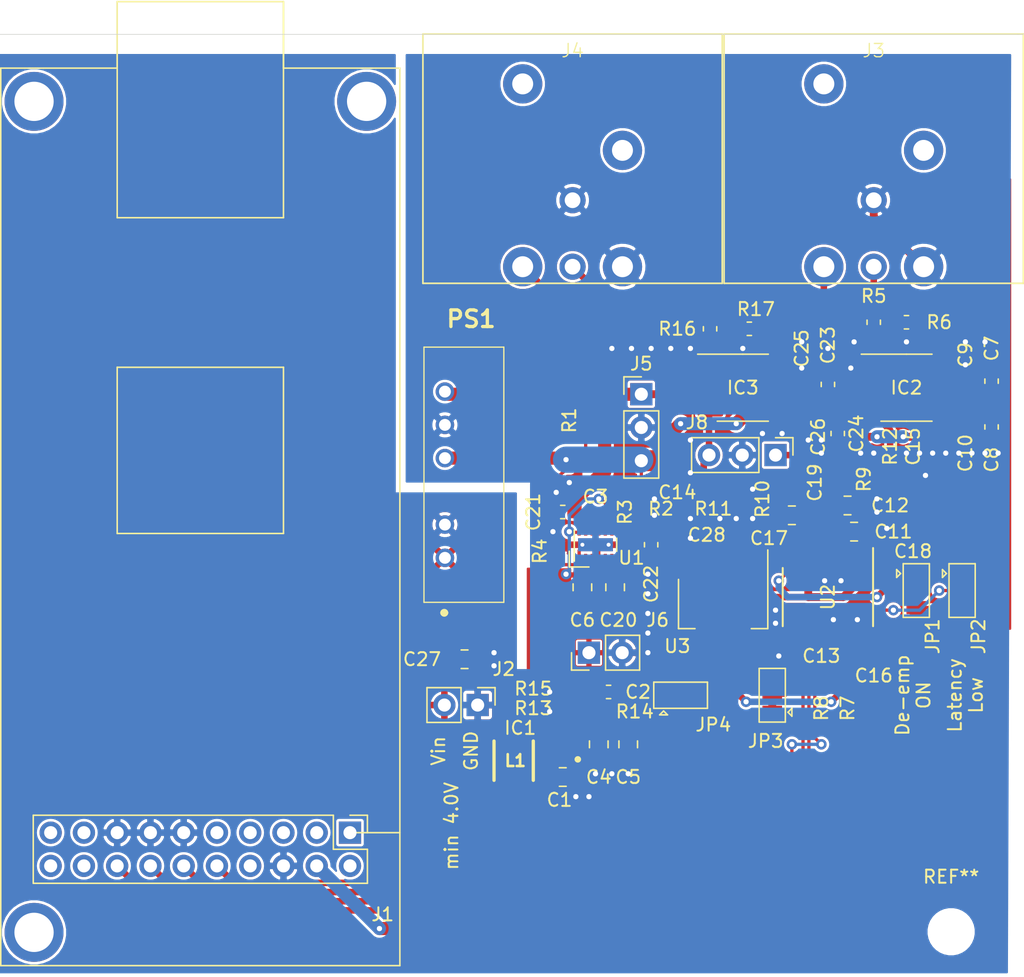
<source format=kicad_pcb>
(kicad_pcb (version 20171130) (host pcbnew "(5.1.2)-2")
  (layers (0 F.Cu signal) (31 B.Cu signal hide) (34 B.Paste user hide) (35 F.Paste user hide) (36 B.SilkS user hide) (37 F.SilkS user) (38 B.Mask user hide) (39 F.Mask user hide) (44 Edge.Cuts user hide))
  (net 0 "")
  (net 1 GND)
  (net 2 "Net-(C13-Pad1)")
  (net 3 +3V3)
  (net 4 "Net-(IC1-Pad5)")
  (net 5 /DAC/LEFT)
  (net 6 -5V)
  (net 7 +5V)
  (net 8 "Net-(J1-Pad20)")
  (net 9 /SPDIF)
  (net 10 "Net-(J1-Pad18)")
  (net 11 /MUTE)
  (net 12 /D64)
  (net 13 /DSDOE)
  (net 14 /F0)
  (net 15 /F1)
  (net 16 /F2)
  (net 17 "Net-(J1-Pad2)")
  (net 18 /F3)
  (net 19 /DAC/MCLK)
  (net 20 "Net-(J3-Pad3)")
  (net 21 "Net-(J3-Pad2)")
  (net 22 /DAC/MUTE)
  (net 23 "Net-(R9-Pad2)")
  (net 24 /DAC/RIGHT)
  (net 25 "Net-(R10-Pad2)")
  (net 26 "Net-(C3-Pad2)")
  (net 27 "Net-(C3-Pad1)")
  (net 28 "Net-(C11-Pad1)")
  (net 29 "Net-(C11-Pad2)")
  (net 30 "Net-(C12-Pad1)")
  (net 31 "Net-(J4-Pad3)")
  (net 32 "Net-(J4-Pad2)")
  (net 33 /PowerSupply/FB)
  (net 34 /PowerSupply/CP)
  (net 35 /PowerSupply/ILIM)
  (net 36 /PowerSupply/FB+)
  (net 37 /PowerSupply/FB-)
  (net 38 /DIN)
  (net 39 /BCLK)
  (net 40 /LRCLK)
  (net 41 /MCLK)
  (net 42 /OutputDriver/LEFT_VOP)
  (net 43 /OutputDriver/LEFT_VON)
  (net 44 /OutputDriver/RIGHT_VOP)
  (net 45 /OutputDriver/RIGHT_VON)
  (net 46 /DAC/LATENCY)
  (net 47 /DAC/DEEMP)
  (net 48 VIN)
  (net 49 +3.3VA)
  (net 50 "Net-(JP4-Pad2)")
  (net 51 +5.4V)
  (net 52 /PowerSupply/SWITCH)
  (module Package_SON:WSON-12-1EP_3x2mm_P0.5mm_EP1x2.65_ThermalVias (layer F.Cu) (at 157.75 102 90)
    (fp_text reference U1 (at -1 2.75) (layer F.SilkS))
    (fp_text value LM27762)
    (pad 13 smd rect (at 0 0 90) (size 1 2.65) (layers F.Cu F.Mask) (net 1 GND))
    (pad 13 smd rect (at 0 0 90) (size 1 2.65) (layers B.Cu) (net 1 GND))
    (pad 13 thru_hole circle (at 0 1 90) (size 0.6 0.6) (drill 0.3) (layers *.Cu) (net 1 GND))
    (pad 13 thru_hole circle (at 0 -1 180) (size 0.6 0.6) (drill 0.3) (layers *.Cu) (net 1 GND))
    (pad 12 smd rect (at 0.95 -1.25 90) (size 0.5 0.25) (layers F.Cu F.Paste F.Mask) (net 51 +5.4V))
    (pad 11 smd rect (at 0.95 -0.75 90) (size 0.5 0.25) (layers F.Cu F.Paste F.Mask) (net 7 +5V))
    (pad 10 smd rect (at 0.95 -0.25 90) (size 0.5 0.25) (layers F.Cu F.Paste F.Mask) (net 27 "Net-(C3-Pad1)"))
    (pad 9 smd rect (at 0.95 0.25 90) (size 0.5 0.25) (layers F.Cu F.Paste F.Mask) (net 26 "Net-(C3-Pad2)"))
    (pad 8 smd rect (at 0.95 0.75 90) (size 0.5 0.25) (layers F.Cu F.Paste F.Mask) (net 51 +5.4V))
    (pad 7 smd rect (at 0.95 1.25 90) (size 0.5 0.25) (layers F.Cu F.Paste F.Mask) (net 37 /PowerSupply/FB-))
    (pad 6 smd rect (at -0.95 1.25 90) (size 0.5 0.25) (layers F.Cu F.Paste F.Mask) (net 6 -5V))
    (pad 5 smd rect (at -0.95 0.75 90) (size 0.5 0.25) (layers F.Cu F.Paste F.Mask) (net 34 /PowerSupply/CP))
    (pad 4 smd rect (at -0.95 0.25 90) (size 0.5 0.25) (layers F.Cu F.Paste F.Mask) (net 1 GND))
    (pad 3 smd rect (at -0.95 -0.25 90) (size 0.5 0.25) (layers F.Cu F.Paste F.Mask) (net 51 +5.4V))
    (pad 2 smd rect (at -0.95 -0.75 90) (size 0.5 0.25) (layers F.Cu F.Paste F.Mask) (net 36 /PowerSupply/FB+))
    (pad 1 smd rect (at -0.95 -1.25 90) (size 0.5 0.25) (layers F.Cu F.Paste F.Mask) (net 1 GND))
  )
  (module Capacitor_SMD:C_0402_1005Metric (layer F.Cu) (at 173.5 92.25 270)
    (fp_text reference C26 (at 1.5 -1.25 270) (layer F.SilkS))
    (fp_text value 100n)
    (pad 2 smd roundrect (at 0.485 0 270) (size 0.59 0.64) (layers F.Cu F.Paste F.Mask) (net 1 GND))
    (pad 1 smd roundrect (at -0.485 0 270) (size 0.59 0.64) (layers F.Cu F.Paste F.Mask) (net 6 -5V))
  )
  (module Jumper:SolderJumper-3_P1.3mm_Bridged12_Pad1.0x1.5mm (layer F.Cu) (at 185.75 105.5 270)
    (fp_text reference JP2 (at 3.5 -1.25 90) (layer F.SilkS))
    (fp_text value Latency)
    (fp_poly (pts (xy -0.9 -0.3) (xy -0.4 -0.3) (xy -0.4 0.3) (xy -0.9 0.3)) (layer F.Cu) (width 0))
    (pad 2 smd rect (at 0 0 270) (size 1 1.5) (layers F.Cu F.Mask) (net 46 /DAC/LATENCY))
    (pad 3 smd rect (at 1.3 0 270) (size 1 1.5) (layers F.Cu F.Mask) (net 3 +3V3))
    (pad 1 smd rect (at -1.3 0 270) (size 1 1.5) (layers F.Cu F.Mask) (net 1 GND))
  )
  (module Jumper:SolderJumper-3_P1.3mm_Bridged12_Pad1.0x1.5mm (layer F.Cu) (at 182.25 105.5 270)
    (fp_text reference JP1 (at 3.5 -1.25 90) (layer F.SilkS))
    (fp_text value De-emphasis)
    (fp_poly (pts (xy -0.9 -0.3) (xy -0.4 -0.3) (xy -0.4 0.3) (xy -0.9 0.3)) (layer F.Cu) (width 0))
    (pad 2 smd rect (at 0 0 270) (size 1 1.5) (layers F.Cu F.Mask) (net 47 /DAC/DEEMP))
    (pad 3 smd rect (at 1.3 0 270) (size 1 1.5) (layers F.Cu F.Mask) (net 3 +3V3))
    (pad 1 smd rect (at -1.3 0 270) (size 1 1.5) (layers F.Cu F.Mask) (net 1 GND))
  )
  (module Capacitor_SMD:C_0402_1005Metric (layer F.Cu) (at 168.75 101.25)
    (fp_text reference C28 (at -2.5 0) (layer F.SilkS))
    (fp_text value 100n)
    (pad 2 smd roundrect (at 0.485 0) (size 0.59 0.64) (layers F.Cu F.Paste F.Mask) (net 1 GND))
    (pad 1 smd roundrect (at -0.485 0) (size 0.59 0.64) (layers F.Cu F.Paste F.Mask) (net 49 +3.3VA))
  )
  (module Connector_PinHeader_2.54mm:PinHeader_1x02_P2.54mm_Vertical (layer F.Cu) (at 157.25 110.25 90)
    (fp_text reference J6 (at 2.5 5.25 180) (layer F.SilkS))
    (fp_text value Conn_01x02)
    (pad 1 thru_hole rect (at 0 0 90) (size 1.7 1.7) (drill 1) (layers *.Cu *.Mask) (net 51 +5.4V))
    (pad 2 thru_hole oval (at 0 2.54 90) (size 1.7 1.7) (drill 1) (layers *.Cu *.Mask) (net 1 GND))
  )
  (module BalancedAudioBox:SON50P200X200X80-9N (layer F.Cu) (at 155 117 180)
    (fp_text reference IC1 (at 3 1) (layer F.SilkS))
    (fp_text value TPS61252DSGT)
    (pad 1 smd rect (at -1.05 -0.75 270) (size 0.3 0.7) (layers F.Cu F.Paste F.Mask) (net 1 GND))
    (pad 2 smd rect (at -1.05 -0.25 270) (size 0.3 0.7) (layers F.Cu F.Paste F.Mask) (net 51 +5.4V))
    (pad 3 smd rect (at -1.05 0.25 270) (size 0.3 0.7) (layers F.Cu F.Paste F.Mask) (net 33 /PowerSupply/FB))
    (pad 4 smd rect (at -1.05 0.75 270) (size 0.3 0.7) (layers F.Cu F.Paste F.Mask) (net 35 /PowerSupply/ILIM))
    (pad 5 smd rect (at 1.05 0.75 270) (size 0.3 0.7) (layers F.Cu F.Paste F.Mask) (net 4 "Net-(IC1-Pad5)"))
    (pad 6 smd rect (at 1.05 0.25 270) (size 0.3 0.7) (layers F.Cu F.Paste F.Mask) (net 48 VIN))
    (pad 7 smd rect (at 1.05 -0.25 270) (size 0.3 0.7) (layers F.Cu F.Paste F.Mask) (net 52 /PowerSupply/SWITCH))
    (pad 8 smd rect (at 1.05 -0.75 270) (size 0.3 0.7) (layers F.Cu F.Paste F.Mask) (net 48 VIN))
    (pad 9 smd rect (at 0 0 180) (size 1 1.7) (layers F.Cu F.Paste F.Mask) (net 1 GND))
  )
  (module Connector_PinHeader_2.54mm:PinHeader_1x02_P2.54mm_Vertical (layer F.Cu) (at 148.75 114.25 270)
    (fp_text reference J2 (at -2.75 -2) (layer F.SilkS))
    (fp_text value Conn_01x02)
    (pad 1 thru_hole rect (at 0 0 270) (size 1.7 1.7) (drill 1) (layers *.Cu *.Mask) (net 1 GND))
    (pad 2 thru_hole oval (at 0 2.54 270) (size 1.7 1.7) (drill 1) (layers *.Cu *.Mask) (net 48 VIN))
  )
  (module Capacitor_SMD:C_0805_2012Metric (layer F.Cu) (at 147.75 110.75)
    (fp_text reference C27 (at -3.25 0) (layer F.SilkS))
    (fp_text value 10u/25V)
    (pad 2 smd roundrect (at 0.9375 0) (size 0.975 1.4) (layers F.Cu F.Paste F.Mask) (net 1 GND))
    (pad 1 smd roundrect (at -0.9375 0) (size 0.975 1.4) (layers F.Cu F.Paste F.Mask) (net 48 VIN))
  )
  (module BalancedAudioBox:XMOS_USB_Board_2x10_P2.54mm (layer F.Cu) (at 139 124 270)
    (fp_text reference J1 (at 6.25 -2.5) (layer F.SilkS))
    (fp_text value Conn_02x10_Odd_Even)
    (pad 20 thru_hole oval (at 2.54 22.86 270) (size 1.7 1.7) (drill 1) (layers *.Cu *.Mask) (net 8 "Net-(J1-Pad20)"))
    (pad 19 thru_hole oval (at 0 22.86 270) (size 1.7 1.7) (drill 1) (layers *.Cu *.Mask) (net 9 /SPDIF))
    (pad 18 thru_hole oval (at 2.54 20.32 270) (size 1.7 1.7) (drill 1) (layers *.Cu *.Mask) (net 10 "Net-(J1-Pad18)"))
    (pad 17 thru_hole oval (at 0 20.32 270) (size 1.7 1.7) (drill 1) (layers *.Cu *.Mask) (net 11 /MUTE))
    (pad 16 thru_hole oval (at 2.54 17.78 270) (size 1.7 1.7) (drill 1) (layers *.Cu *.Mask) (net 38 /DIN))
    (pad 15 thru_hole oval (at 0 17.78 270) (size 1.7 1.7) (drill 1) (layers *.Cu *.Mask) (net 1 GND))
    (pad 14 thru_hole oval (at 2.54 15.24 270) (size 1.7 1.7) (drill 1) (layers *.Cu *.Mask) (net 39 /BCLK))
    (pad 13 thru_hole oval (at 0 15.24 270) (size 1.7 1.7) (drill 1) (layers *.Cu *.Mask) (net 1 GND))
    (pad 12 thru_hole oval (at 2.54 12.7 270) (size 1.7 1.7) (drill 1) (layers *.Cu *.Mask) (net 40 /LRCLK))
    (pad 11 thru_hole oval (at 0 12.7 270) (size 1.7 1.7) (drill 1) (layers *.Cu *.Mask) (net 1 GND))
    (pad 10 thru_hole oval (at 2.54 10.16 270) (size 1.7 1.7) (drill 1) (layers *.Cu *.Mask) (net 41 /MCLK))
    (pad 9 thru_hole oval (at 0 10.16 270) (size 1.7 1.7) (drill 1) (layers *.Cu *.Mask) (net 12 /D64))
    (pad 8 thru_hole oval (at 2.54 7.62 270) (size 1.7 1.7) (drill 1) (layers *.Cu *.Mask) (net 13 /DSDOE))
    (pad 7 thru_hole oval (at 0 7.62 270) (size 1.7 1.7) (drill 1) (layers *.Cu *.Mask) (net 14 /F0))
    (pad 6 thru_hole oval (at 2.54 5.08 270) (size 1.7 1.7) (drill 1) (layers *.Cu *.Mask) (net 1 GND))
    (pad 5 thru_hole oval (at 0 5.08 270) (size 1.7 1.7) (drill 1) (layers *.Cu *.Mask) (net 15 /F1))
    (pad 4 thru_hole oval (at 2.54 2.54 270) (size 1.7 1.7) (drill 1) (layers *.Cu *.Mask) (net 3 +3V3))
    (pad 3 thru_hole oval (at 0 2.54 270) (size 1.7 1.7) (drill 1) (layers *.Cu *.Mask) (net 16 /F2))
    (pad 2 thru_hole oval (at 2.54 0 270) (size 1.7 1.7) (drill 1) (layers *.Cu *.Mask) (net 17 "Net-(J1-Pad2)"))
    (pad 1 thru_hole rect (at 0 0 270) (size 1.7 1.7) (drill 1) (layers *.Cu *.Mask) (net 18 /F3))
    (pad Hole thru_hole circle (at -55.88 24.13 270) (size 4.5 4.5) (drill 3) (layers *.Cu *.Mask))
    (pad Hole thru_hole circle (at 7.62 24.13 270) (size 4.5 4.5) (drill 3) (layers *.Cu *.Mask))
    (pad Hole thru_hole circle (at -55.88 -1.27 270) (size 4.5 4.5) (drill 3) (layers *.Cu *.Mask))
  )
  (module Capacitor_SMD:C_0805_2012Metric (layer F.Cu) (at 156.75 105.25 270)
    (fp_text reference C6 (at 2.5 0) (layer F.SilkS))
    (fp_text value 10u/25V)
    (pad 2 smd roundrect (at 0.9375 0 270) (size 0.975 1.4) (layers F.Cu F.Paste F.Mask) (net 1 GND))
    (pad 1 smd roundrect (at -0.9375 0 270) (size 0.975 1.4) (layers F.Cu F.Paste F.Mask) (net 51 +5.4V))
  )
  (module Resistor_SMD:R_0402_1005Metric (layer F.Cu) (at 175.25 112.25 90)
    (fp_text reference R8 (at -2.25 -0.25 90) (layer F.SilkS))
    (fp_text value 3k3)
    (pad 2 smd roundrect (at 0.485 0 90) (size 0.59 0.64) (layers F.Cu F.Paste F.Mask) (net 1 GND))
    (pad 1 smd roundrect (at -0.485 0 90) (size 0.59 0.64) (layers F.Cu F.Paste F.Mask) (net 22 /DAC/MUTE))
  )
  (module Capacitor_SMD:C_0402_1005Metric (layer F.Cu) (at 177.25 110.5)
    (fp_text reference C13 (at -2.25 0) (layer F.SilkS))
    (fp_text value 100n)
    (pad 2 smd roundrect (at 0.485 0) (size 0.59 0.64) (layers F.Cu F.Paste F.Mask) (net 1 GND))
    (pad 1 smd roundrect (at -0.485 0) (size 0.59 0.64) (layers F.Cu F.Paste F.Mask) (net 2 "Net-(C13-Pad1)"))
  )
  (module Capacitor_SMD:C_0805_2012Metric (layer F.Cu) (at 177 99)
    (fp_text reference C12 (at 3.25 0) (layer F.SilkS))
    (fp_text value 2.2u)
    (pad 2 smd roundrect (at 0.9375 0) (size 0.975 1.4) (layers F.Cu F.Paste F.Mask) (net 1 GND))
    (pad 1 smd roundrect (at -0.9375 0) (size 0.975 1.4) (layers F.Cu F.Paste F.Mask) (net 30 "Net-(C12-Pad1)"))
  )
  (module MountingHole:MountingHole_3.2mm_M3 (layer F.Cu) (at 184.912 131.572)
    (fp_text reference REF** (at 0 -4.2) (layer F.SilkS))
    (fp_text value MountingHole_3.2mm_M3)
    (pad 1 np_thru_hole circle (at 0 0) (size 3.2 3.2) (drill 3.2) (layers *.Cu *.Mask))
  )
  (module Package_SO:TSSOP-20_4.4x6.5mm_P0.65mm (layer F.Cu) (at 175.5 106 270)
    (fp_text reference U2 (at 0 0 90) (layer F.SilkS))
    (fp_text value PCM5102)
    (pad 20 smd rect (at 2.95 -2.925 270) (size 1.45 0.45) (layers F.Cu F.Paste F.Mask) (net 3 +3V3))
    (pad 19 smd rect (at 2.95 -2.275 270) (size 1.45 0.45) (layers F.Cu F.Paste F.Mask) (net 1 GND))
    (pad 18 smd rect (at 2.95 -1.625 270) (size 1.45 0.45) (layers F.Cu F.Paste F.Mask) (net 2 "Net-(C13-Pad1)"))
    (pad 17 smd rect (at 2.95 -0.975 270) (size 1.45 0.45) (layers F.Cu F.Paste F.Mask) (net 22 /DAC/MUTE))
    (pad 16 smd rect (at 2.95 -0.325 270) (size 1.45 0.45) (layers F.Cu F.Paste F.Mask) (net 1 GND))
    (pad 15 smd rect (at 2.95 0.325 270) (size 1.45 0.45) (layers F.Cu F.Paste F.Mask) (net 40 /LRCLK))
    (pad 14 smd rect (at 2.95 0.975 270) (size 1.45 0.45) (layers F.Cu F.Paste F.Mask) (net 38 /DIN))
    (pad 13 smd rect (at 2.95 1.625 270) (size 1.45 0.45) (layers F.Cu F.Paste F.Mask) (net 39 /BCLK))
    (pad 12 smd rect (at 2.95 2.275 270) (size 1.45 0.45) (layers F.Cu F.Paste F.Mask) (net 19 /DAC/MCLK))
    (pad 11 smd rect (at 2.95 2.925 270) (size 1.45 0.45) (layers F.Cu F.Paste F.Mask) (net 46 /DAC/LATENCY))
    (pad 10 smd rect (at -2.95 2.925 270) (size 1.45 0.45) (layers F.Cu F.Paste F.Mask) (net 47 /DAC/DEEMP))
    (pad 9 smd rect (at -2.95 2.275 270) (size 1.45 0.45) (layers F.Cu F.Paste F.Mask) (net 1 GND))
    (pad 8 smd rect (at -2.95 1.625 270) (size 1.45 0.45) (layers F.Cu F.Paste F.Mask) (net 49 +3.3VA))
    (pad 7 smd rect (at -2.95 0.975 270) (size 1.45 0.45) (layers F.Cu F.Paste F.Mask) (net 25 "Net-(R10-Pad2)"))
    (pad 6 smd rect (at -2.95 0.325 270) (size 1.45 0.45) (layers F.Cu F.Paste F.Mask) (net 23 "Net-(R9-Pad2)"))
    (pad 5 smd rect (at -2.95 -0.325 270) (size 1.45 0.45) (layers F.Cu F.Paste F.Mask) (net 30 "Net-(C12-Pad1)"))
    (pad 4 smd rect (at -2.95 -0.975 270) (size 1.45 0.45) (layers F.Cu F.Paste F.Mask) (net 29 "Net-(C11-Pad2)"))
    (pad 3 smd rect (at -2.95 -1.625 270) (size 1.45 0.45) (layers F.Cu F.Paste F.Mask) (net 1 GND))
    (pad 2 smd rect (at -2.95 -2.275 270) (size 1.45 0.45) (layers F.Cu F.Paste F.Mask) (net 28 "Net-(C11-Pad1)"))
    (pad 1 smd rect (at -2.95 -2.925 270) (size 1.45 0.45) (layers F.Cu F.Paste F.Mask) (net 49 +3.3VA))
  )
  (module Capacitor_SMD:C_0805_2012Metric (layer F.Cu) (at 177.5 101 180)
    (fp_text reference C11 (at -3 0) (layer F.SilkS))
    (fp_text value 2.2u)
    (pad 2 smd roundrect (at 0.9375 0 180) (size 0.975 1.4) (layers F.Cu F.Paste F.Mask) (net 29 "Net-(C11-Pad2)"))
    (pad 1 smd roundrect (at -0.9375 0 180) (size 0.975 1.4) (layers F.Cu F.Paste F.Mask) (net 28 "Net-(C11-Pad1)"))
  )
  (module Capacitor_SMD:C_0805_2012Metric (layer F.Cu) (at 155.25 119.75)
    (fp_text reference C1 (at -0.25 1.75) (layer F.SilkS))
    (fp_text value 10u/25V)
    (pad 2 smd roundrect (at 0.9375 0) (size 0.975 1.4) (layers F.Cu F.Paste F.Mask) (net 1 GND))
    (pad 1 smd roundrect (at -0.9375 0) (size 0.975 1.4) (layers F.Cu F.Paste F.Mask) (net 48 VIN))
  )
  (module Capacitor_SMD:C_0603_1608Metric (layer F.Cu) (at 158.75 113.25 180)
    (fp_text reference C2 (at -2.25 0) (layer F.SilkS))
    (fp_text value 100p)
    (pad 2 smd roundrect (at 0.7875 0 180) (size 0.875 0.95) (layers F.Cu F.Paste F.Mask) (net 33 /PowerSupply/FB))
    (pad 1 smd roundrect (at -0.7875 0 180) (size 0.875 0.95) (layers F.Cu F.Paste F.Mask) (net 51 +5.4V))
  )
  (module Capacitor_SMD:C_0805_2012Metric (layer F.Cu) (at 158 117.25 270)
    (fp_text reference C4 (at 2.5 0) (layer F.SilkS))
    (fp_text value 10u/25V)
    (pad 2 smd roundrect (at 0.9375 0 270) (size 0.975 1.4) (layers F.Cu F.Paste F.Mask) (net 1 GND))
    (pad 1 smd roundrect (at -0.9375 0 270) (size 0.975 1.4) (layers F.Cu F.Paste F.Mask) (net 51 +5.4V))
  )
  (module Capacitor_SMD:C_0805_2012Metric (layer F.Cu) (at 160.25 117.25 270)
    (fp_text reference C5 (at 2.5 0) (layer F.SilkS))
    (fp_text value 10u/25V)
    (pad 2 smd roundrect (at 0.9375 0 270) (size 0.975 1.4) (layers F.Cu F.Paste F.Mask) (net 1 GND))
    (pad 1 smd roundrect (at -0.9375 0 270) (size 0.975 1.4) (layers F.Cu F.Paste F.Mask) (net 51 +5.4V))
  )
  (module Capacitor_SMD:C_0402_1005Metric (layer F.Cu) (at 186 90 90)
    (fp_text reference C9 (at 2.5 0 90) (layer F.SilkS))
    (fp_text value 100n)
    (pad 2 smd roundrect (at 0.485 0 90) (size 0.59 0.64) (layers F.Cu F.Paste F.Mask) (net 1 GND))
    (pad 1 smd roundrect (at -0.485 0 90) (size 0.59 0.64) (layers F.Cu F.Paste F.Mask) (net 7 +5V))
  )
  (module Capacitor_SMD:C_0402_1005Metric (layer F.Cu) (at 186 92.5 270)
    (fp_text reference C10 (at 2.5 0 90) (layer F.SilkS))
    (fp_text value 100n)
    (pad 2 smd roundrect (at 0.485 0 270) (size 0.59 0.64) (layers F.Cu F.Paste F.Mask) (net 1 GND))
    (pad 1 smd roundrect (at -0.485 0 270) (size 0.59 0.64) (layers F.Cu F.Paste F.Mask) (net 6 -5V))
  )
  (module Capacitor_SMD:C_0402_1005Metric (layer F.Cu) (at 166.5 97.75)
    (fp_text reference C14 (at -2.5 0.25) (layer F.SilkS))
    (fp_text value 2.2n)
    (pad 2 smd roundrect (at 0.485 0) (size 0.59 0.64) (layers F.Cu F.Paste F.Mask) (net 1 GND))
    (pad 1 smd roundrect (at -0.485 0) (size 0.59 0.64) (layers F.Cu F.Paste F.Mask) (net 24 /DAC/RIGHT))
  )
  (module Capacitor_SMD:C_0402_1005Metric (layer F.Cu) (at 181.75 97 270)
    (fp_text reference C15 (at -2.5 -0.25 90) (layer F.SilkS))
    (fp_text value 2.2n)
    (pad 2 smd roundrect (at 0.485 0 270) (size 0.59 0.64) (layers F.Cu F.Paste F.Mask) (net 1 GND))
    (pad 1 smd roundrect (at -0.485 0 270) (size 0.59 0.64) (layers F.Cu F.Paste F.Mask) (net 5 /DAC/LEFT))
  )
  (module Capacitor_SMD:C_0402_1005Metric (layer F.Cu) (at 179.25 110.5 180)
    (fp_text reference C16 (at 0.25 -1.5) (layer F.SilkS))
    (fp_text value 100n)
    (pad 2 smd roundrect (at 0.485 0 180) (size 0.59 0.64) (layers F.Cu F.Paste F.Mask) (net 1 GND))
    (pad 1 smd roundrect (at -0.485 0 180) (size 0.59 0.64) (layers F.Cu F.Paste F.Mask) (net 3 +3V3))
  )
  (module Capacitor_SMD:C_0402_1005Metric (layer F.Cu) (at 173.25 101.5 180)
    (fp_text reference C17 (at 2.25 0 180) (layer F.SilkS))
    (fp_text value 100n)
    (pad 2 smd roundrect (at 0.485 0 180) (size 0.59 0.64) (layers F.Cu F.Paste F.Mask) (net 1 GND))
    (pad 1 smd roundrect (at -0.485 0 180) (size 0.59 0.64) (layers F.Cu F.Paste F.Mask) (net 49 +3.3VA))
  )
  (module Capacitor_SMD:C_0402_1005Metric (layer F.Cu) (at 180 102.5 90)
    (fp_text reference C18 (at 0 2) (layer F.SilkS))
    (fp_text value 100n)
    (pad 2 smd roundrect (at 0.485 0 90) (size 0.59 0.64) (layers F.Cu F.Paste F.Mask) (net 1 GND))
    (pad 1 smd roundrect (at -0.485 0 90) (size 0.59 0.64) (layers F.Cu F.Paste F.Mask) (net 49 +3.3VA))
  )
  (module Capacitor_SMD:C_0805_2012Metric (layer F.Cu) (at 172.75 99.75 180)
    (fp_text reference C19 (at -1.75 2.5 270) (layer F.SilkS))
    (fp_text value 10u/25V)
    (pad 2 smd roundrect (at 0.9375 0 180) (size 0.975 1.4) (layers F.Cu F.Paste F.Mask) (net 1 GND))
    (pad 1 smd roundrect (at -0.9375 0 180) (size 0.975 1.4) (layers F.Cu F.Paste F.Mask) (net 49 +3.3VA))
  )
  (module Capacitor_SMD:C_0805_2012Metric (layer F.Cu) (at 159.25 105.25 270)
    (fp_text reference C20 (at 2.5 -0.25 180) (layer F.SilkS))
    (fp_text value 10u/25V)
    (pad 2 smd roundrect (at 0.9375 0 270) (size 0.975 1.4) (layers F.Cu F.Paste F.Mask) (net 1 GND))
    (pad 1 smd roundrect (at -0.9375 0 270) (size 0.975 1.4) (layers F.Cu F.Paste F.Mask) (net 34 /PowerSupply/CP))
  )
  (module Capacitor_SMD:C_0402_1005Metric (layer F.Cu) (at 173.5 90 90)
    (fp_text reference C25 (at 3 0 90) (layer F.SilkS))
    (fp_text value 100n)
    (pad 2 smd roundrect (at 0.485 0 90) (size 0.59 0.64) (layers F.Cu F.Paste F.Mask) (net 1 GND))
    (pad 1 smd roundrect (at -0.485 0 90) (size 0.59 0.64) (layers F.Cu F.Paste F.Mask) (net 7 +5V))
  )
  (module Connector_PinHeader_2.54mm:PinHeader_1x03_P2.54mm_Vertical (layer F.Cu) (at 161.25 90.5)
    (fp_text reference J5 (at 0 -2.33) (layer F.SilkS))
    (fp_text value Conn_01x03)
    (pad 3 thru_hole oval (at 0 5.08) (size 1.7 1.7) (drill 1) (layers *.Cu *.Mask) (net 6 -5V))
    (pad 2 thru_hole oval (at 0 2.54) (size 1.7 1.7) (drill 1) (layers *.Cu *.Mask) (net 1 GND))
    (pad 1 thru_hole rect (at 0 0) (size 1.7 1.7) (drill 1) (layers *.Cu *.Mask) (net 7 +5V))
  )
  (module Jumper:SolderJumper-3_P1.3mm_Bridged12_Pad1.0x1.5mm (layer F.Cu) (at 171.25 113.5 90)
    (fp_text reference JP3 (at -3.5 -0.5 180) (layer F.SilkS))
    (fp_text value "PLL operation")
    (fp_poly (pts (xy -0.9 -0.3) (xy -0.4 -0.3) (xy -0.4 0.3) (xy -0.9 0.3)) (layer F.Cu) (width 0))
    (pad 2 smd rect (at 0 0 90) (size 1 1.5) (layers F.Cu F.Mask) (net 19 /DAC/MCLK))
    (pad 3 smd rect (at 1.3 0 90) (size 1 1.5) (layers F.Cu F.Mask) (net 1 GND))
    (pad 1 smd rect (at -1.3 0 90) (size 1 1.5) (layers F.Cu F.Mask) (net 41 /MCLK))
  )
  (module Resistor_SMD:R_0603_1608Metric (layer F.Cu) (at 179 85 90)
    (fp_text reference R5 (at 2 0) (layer F.SilkS))
    (fp_text value 300R)
    (pad 1 smd roundrect (at -0.7875 0 90) (size 0.875 0.95) (layers F.Cu F.Paste F.Mask) (net 43 /OutputDriver/LEFT_VON))
    (pad 2 smd roundrect (at 0.7875 0 90) (size 0.875 0.95) (layers F.Cu F.Paste F.Mask) (net 20 "Net-(J3-Pad3)"))
  )
  (module Resistor_SMD:R_0603_1608Metric (layer F.Cu) (at 181.5 85)
    (fp_text reference R6 (at 2.5 0) (layer F.SilkS))
    (fp_text value 300R)
    (pad 1 smd roundrect (at -0.7875 0) (size 0.875 0.95) (layers F.Cu F.Paste F.Mask) (net 21 "Net-(J3-Pad2)"))
    (pad 2 smd roundrect (at 0.7875 0) (size 0.875 0.95) (layers F.Cu F.Paste F.Mask) (net 42 /OutputDriver/LEFT_VOP))
  )
  (module Resistor_SMD:R_0402_1005Metric (layer F.Cu) (at 176.5 112.25 90)
    (fp_text reference R7 (at -2.25 0.5 270) (layer F.SilkS))
    (fp_text value 2k2)
    (pad 2 smd roundrect (at 0.485 0 90) (size 0.59 0.64) (layers F.Cu F.Paste F.Mask) (net 22 /DAC/MUTE))
    (pad 1 smd roundrect (at -0.485 0 90) (size 0.59 0.64) (layers F.Cu F.Paste F.Mask) (net 50 "Net-(JP4-Pad2)"))
  )
  (module Resistor_SMD:R_0402_1005Metric (layer F.Cu) (at 176.5 97 270)
    (fp_text reference R9 (at 0 -1.75 90) (layer F.SilkS))
    (fp_text value 1k)
    (pad 2 smd roundrect (at 0.485 0 270) (size 0.59 0.64) (layers F.Cu F.Paste F.Mask) (net 23 "Net-(R9-Pad2)"))
    (pad 1 smd roundrect (at -0.485 0 270) (size 0.59 0.64) (layers F.Cu F.Paste F.Mask) (net 5 /DAC/LEFT))
  )
  (module Resistor_SMD:R_0402_1005Metric (layer F.Cu) (at 172.235 98)
    (fp_text reference R10 (at -1.735 0.5 90) (layer F.SilkS))
    (fp_text value 1k)
    (pad 2 smd roundrect (at 0.485 0) (size 0.59 0.64) (layers F.Cu F.Paste F.Mask) (net 25 "Net-(R10-Pad2)"))
    (pad 1 smd roundrect (at -0.485 0) (size 0.59 0.64) (layers F.Cu F.Paste F.Mask) (net 24 /DAC/RIGHT))
  )
  (module Resistor_SMD:R_0402_1005Metric (layer F.Cu) (at 168.5 98.5 90)
    (fp_text reference R11 (at -0.75 -1.75) (layer F.SilkS))
    (fp_text value 1k)
    (pad 2 smd roundrect (at 0.485 0 90) (size 0.59 0.64) (layers F.Cu F.Paste F.Mask) (net 1 GND))
    (pad 1 smd roundrect (at -0.485 0 90) (size 0.59 0.64) (layers F.Cu F.Paste F.Mask) (net 24 /DAC/RIGHT))
  )
  (module Resistor_SMD:R_0402_1005Metric (layer F.Cu) (at 180.25 97 270)
    (fp_text reference R12 (at -2.5 0 90) (layer F.SilkS))
    (fp_text value 1k)
    (pad 2 smd roundrect (at 0.485 0 270) (size 0.59 0.64) (layers F.Cu F.Paste F.Mask) (net 1 GND))
    (pad 1 smd roundrect (at -0.485 0 270) (size 0.59 0.64) (layers F.Cu F.Paste F.Mask) (net 5 /DAC/LEFT))
  )
  (module Resistor_SMD:R_0402_1005Metric (layer F.Cu) (at 155.75 114.75)
    (fp_text reference R13 (at -2.75 -0.25) (layer F.SilkS))
    (fp_text value 47k)
    (pad 2 smd roundrect (at 0.485 0) (size 0.59 0.64) (layers F.Cu F.Paste F.Mask) (net 35 /PowerSupply/ILIM))
    (pad 1 smd roundrect (at -0.485 0) (size 0.59 0.64) (layers F.Cu F.Paste F.Mask) (net 1 GND))
  )
  (module Resistor_SMD:R_0603_1608Metric (layer F.Cu) (at 166.5 85.5 90)
    (fp_text reference R16 (at 0 -2.5 180) (layer F.SilkS))
    (fp_text value 300R)
    (pad 2 smd roundrect (at 0.7875 0 90) (size 0.875 0.95) (layers F.Cu F.Paste F.Mask) (net 31 "Net-(J4-Pad3)"))
    (pad 1 smd roundrect (at -0.7875 0 90) (size 0.875 0.95) (layers F.Cu F.Paste F.Mask) (net 45 /OutputDriver/RIGHT_VON))
  )
  (module Resistor_SMD:R_0603_1608Metric (layer F.Cu) (at 169.5 85.5)
    (fp_text reference R17 (at 0.5 -1.5) (layer F.SilkS))
    (fp_text value 300R)
    (pad 2 smd roundrect (at 0.7875 0) (size 0.875 0.95) (layers F.Cu F.Paste F.Mask) (net 44 /OutputDriver/RIGHT_VOP))
    (pad 1 smd roundrect (at -0.7875 0) (size 0.875 0.95) (layers F.Cu F.Paste F.Mask) (net 32 "Net-(J4-Pad2)"))
  )
  (module BalancedAudioBox:DPU01L15 (layer F.Cu) (at 146.25 103 90)
    (fp_text reference PS1 (at 18.25 2) (layer F.SilkS) (effects (font (size 1.27 1.27) (thickness 0.254))))
    (fp_text value DPU01L-15 hide)
    (pad 6 thru_hole circle (at 12.7 0 90) (size 1.416 1.416) (drill 0.91) (layers *.Cu *.Mask) (net 7 +5V))
    (pad 5 thru_hole circle (at 10.16 0 90) (size 1.416 1.416) (drill 0.91) (layers *.Cu *.Mask) (net 1 GND))
    (pad 4 thru_hole circle (at 7.62 0 90) (size 1.416 1.416) (drill 0.91) (layers *.Cu *.Mask) (net 6 -5V))
    (pad 2 thru_hole circle (at 2.54 0 90) (size 1.416 1.416) (drill 0.91) (layers *.Cu *.Mask) (net 1 GND))
    (pad 1 thru_hole circle (at 0 0 90) (size 1.416 1.416) (drill 0.91) (layers *.Cu *.Mask) (net 48 VIN))
  )
  (module Package_SO:SOIC-8_3.9x4.9mm_P1.27mm (layer F.Cu) (at 181.5 90)
    (fp_text reference IC2 (at 0 0) (layer F.SilkS))
    (fp_text value DRV135UA_2K5)
    (pad 8 smd roundrect (at 2.475 -1.905) (size 1.95 0.6) (layers F.Cu F.Paste F.Mask) (net 42 /OutputDriver/LEFT_VOP))
    (pad 7 smd roundrect (at 2.475 -0.635) (size 1.95 0.6) (layers F.Cu F.Paste F.Mask) (net 42 /OutputDriver/LEFT_VOP))
    (pad 6 smd roundrect (at 2.475 0.635) (size 1.95 0.6) (layers F.Cu F.Paste F.Mask) (net 7 +5V))
    (pad 5 smd roundrect (at 2.475 1.905) (size 1.95 0.6) (layers F.Cu F.Paste F.Mask) (net 6 -5V))
    (pad 4 smd roundrect (at -2.475 1.905) (size 1.95 0.6) (layers F.Cu F.Paste F.Mask) (net 5 /DAC/LEFT))
    (pad 3 smd roundrect (at -2.475 0.635) (size 1.95 0.6) (layers F.Cu F.Paste F.Mask) (net 1 GND))
    (pad 2 smd roundrect (at -2.475 -0.635) (size 1.95 0.6) (layers F.Cu F.Paste F.Mask) (net 43 /OutputDriver/LEFT_VON))
    (pad 1 smd roundrect (at -2.475 -1.905) (size 1.95 0.6) (layers F.Cu F.Paste F.Mask) (net 43 /OutputDriver/LEFT_VON))
  )
  (module Package_SO:SOIC-8_3.9x4.9mm_P1.27mm (layer F.Cu) (at 169 90)
    (fp_text reference IC3 (at 0 0) (layer F.SilkS))
    (fp_text value DRV135UA_2K5)
    (pad 8 smd roundrect (at 2.475 -1.905) (size 1.95 0.6) (layers F.Cu F.Paste F.Mask) (net 44 /OutputDriver/RIGHT_VOP))
    (pad 7 smd roundrect (at 2.475 -0.635) (size 1.95 0.6) (layers F.Cu F.Paste F.Mask) (net 44 /OutputDriver/RIGHT_VOP))
    (pad 6 smd roundrect (at 2.475 0.635) (size 1.95 0.6) (layers F.Cu F.Paste F.Mask) (net 7 +5V))
    (pad 5 smd roundrect (at 2.475 1.905) (size 1.95 0.6) (layers F.Cu F.Paste F.Mask) (net 6 -5V))
    (pad 4 smd roundrect (at -2.475 1.905) (size 1.95 0.6) (layers F.Cu F.Paste F.Mask) (net 24 /DAC/RIGHT))
    (pad 3 smd roundrect (at -2.475 0.635) (size 1.95 0.6) (layers F.Cu F.Paste F.Mask) (net 1 GND))
    (pad 2 smd roundrect (at -2.475 -0.635) (size 1.95 0.6) (layers F.Cu F.Paste F.Mask) (net 45 /OutputDriver/RIGHT_VON))
    (pad 1 smd roundrect (at -2.475 -1.905) (size 1.95 0.6) (layers F.Cu F.Paste F.Mask) (net 45 /OutputDriver/RIGHT_VON))
  )
  (module Resistor_SMD:R_0402_1005Metric (layer F.Cu) (at 157 92.25 270)
    (fp_text reference R1 (at 0.25 1.25 270) (layer F.SilkS))
    (fp_text value 1.58M)
    (pad 2 smd roundrect (at 0.485 0 270) (size 0.59 0.64) (layers F.Cu F.Paste F.Mask) (net 36 /PowerSupply/FB+))
    (pad 1 smd roundrect (at -0.485 0 270) (size 0.59 0.64) (layers F.Cu F.Paste F.Mask) (net 7 +5V))
  )
  (module Resistor_SMD:R_0402_1005Metric (layer F.Cu) (at 161.25 99 270)
    (fp_text reference R2 (at 0.25 -1.5 180) (layer F.SilkS))
    (fp_text value 1.58M)
    (pad 2 smd roundrect (at 0.485 0 270) (size 0.59 0.64) (layers F.Cu F.Paste F.Mask) (net 37 /PowerSupply/FB-))
    (pad 1 smd roundrect (at -0.485 0 270) (size 0.59 0.64) (layers F.Cu F.Paste F.Mask) (net 6 -5V))
  )
  (module Resistor_SMD:R_0402_1005Metric (layer F.Cu) (at 160.25 101.25 270)
    (fp_text reference R3 (at -1.75 0.25 270) (layer F.SilkS))
    (fp_text value 499k)
    (pad 2 smd roundrect (at 0.485 0 270) (size 0.59 0.64) (layers F.Cu F.Paste F.Mask) (net 1 GND))
    (pad 1 smd roundrect (at -0.485 0 270) (size 0.59 0.64) (layers F.Cu F.Paste F.Mask) (net 37 /PowerSupply/FB-))
  )
  (module Resistor_SMD:R_0402_1005Metric (layer F.Cu) (at 155 102.75 90)
    (fp_text reference R4 (at 0.25 -1.5 90) (layer F.SilkS))
    (fp_text value 499k)
    (pad 2 smd roundrect (at 0.485 0 90) (size 0.59 0.64) (layers F.Cu F.Paste F.Mask) (net 1 GND))
    (pad 1 smd roundrect (at -0.485 0 90) (size 0.59 0.64) (layers F.Cu F.Paste F.Mask) (net 36 /PowerSupply/FB+))
  )
  (module Resistor_SMD:R_0402_1005Metric (layer F.Cu) (at 158.25 114.75 180)
    (fp_text reference R14 (at -2.5 0) (layer F.SilkS))
    (fp_text value 634k)
    (pad 2 smd roundrect (at 0.485 0 180) (size 0.59 0.64) (layers F.Cu F.Paste F.Mask) (net 33 /PowerSupply/FB))
    (pad 1 smd roundrect (at -0.485 0 180) (size 0.59 0.64) (layers F.Cu F.Paste F.Mask) (net 51 +5.4V))
  )
  (module Resistor_SMD:R_0402_1005Metric (layer F.Cu) (at 155.75 113.25 180)
    (fp_text reference R15 (at 2.75 0.25) (layer F.SilkS))
    (fp_text value 180k)
    (pad 2 smd roundrect (at 0.485 0 180) (size 0.59 0.64) (layers F.Cu F.Paste F.Mask) (net 1 GND))
    (pad 1 smd roundrect (at -0.485 0 180) (size 0.59 0.64) (layers F.Cu F.Paste F.Mask) (net 33 /PowerSupply/FB))
  )
  (module BalancedAudioBox:SRN30151R5Y (layer F.Cu) (at 151.5 118.5 180)
    (fp_text reference L1 (at -0.127 0) (layer F.SilkS) (effects (font (size 0.9 0.9) (thickness 0.2))))
    (fp_text value 1.5u)
    (pad 1 smd rect (at 0 -1.1 270) (size 1 2.7) (layers F.Cu F.Paste F.Mask) (net 48 VIN))
    (pad 2 smd rect (at 0 1.1 270) (size 1 2.7) (layers F.Cu F.Paste F.Mask) (net 52 /PowerSupply/SWITCH))
  )
  (module BalancedAudioBox:XLR-NC3MA (layer F.Cu) (at 179 72.5)
    (fp_text reference J3 (at 0 -8.255) (layer F.SilkS) (effects (font (size 1.016 1.016) (thickness 0.1016))))
    (fp_text value XLR3_Ground)
    (pad 2 thru_hole circle (at -3.81 8.255) (size 3 3) (drill 1.6) (layers *.Cu *.Mask) (net 21 "Net-(J3-Pad2)"))
    (pad 3 thru_hole circle (at 0 8.255) (size 2 2) (drill 1.2) (layers *.Cu *.Mask) (net 20 "Net-(J3-Pad3)"))
    (pad 1 thru_hole circle (at 3.81 8.255) (size 3 3) (drill 1.6) (layers *.Cu *.Mask) (net 1 GND))
    (pad Hole thru_hole circle (at -3.81 -5.715) (size 3 3) (drill 1.6) (layers *.Cu *.Mask))
    (pad Hole thru_hole circle (at 3.81 -0.635) (size 3 3) (drill 1.6) (layers *.Cu *.Mask))
    (pad G thru_hole circle (at 0 3.175) (size 2 2) (drill 1.2) (layers *.Cu *.Mask) (net 1 GND))
  )
  (module BalancedAudioBox:XLR-NC3MA (layer F.Cu) (at 156 72.5)
    (fp_text reference J4 (at 0 -8.255) (layer F.SilkS) (effects (font (size 1.016 1.016) (thickness 0.1016))))
    (fp_text value XLR3_Ground)
    (pad G thru_hole circle (at 0 3.175) (size 2 2) (drill 1.2) (layers *.Cu *.Mask) (net 1 GND))
    (pad Hole thru_hole circle (at 3.81 -0.635) (size 3 3) (drill 1.6) (layers *.Cu *.Mask))
    (pad Hole thru_hole circle (at -3.81 -5.715) (size 3 3) (drill 1.6) (layers *.Cu *.Mask))
    (pad 1 thru_hole circle (at 3.81 8.255) (size 3 3) (drill 1.6) (layers *.Cu *.Mask) (net 1 GND))
    (pad 3 thru_hole circle (at 0 8.255) (size 2 2) (drill 1.2) (layers *.Cu *.Mask) (net 31 "Net-(J4-Pad3)"))
    (pad 2 thru_hole circle (at -3.81 8.255) (size 3 3) (drill 1.6) (layers *.Cu *.Mask) (net 32 "Net-(J4-Pad2)"))
  )
  (module Connector_PinHeader_2.54mm:PinHeader_1x03_P2.54mm_Vertical (layer F.Cu) (at 171.5 95.15 270)
    (fp_text reference J8 (at -2.5 6 180) (layer F.SilkS))
    (fp_text value Conn_01x03)
    (pad 1 thru_hole rect (at 0 0 270) (size 1.7 1.7) (drill 1) (layers *.Cu *.Mask) (net 5 /DAC/LEFT))
    (pad 2 thru_hole oval (at 0 2.54 270) (size 1.7 1.7) (drill 1) (layers *.Cu *.Mask) (net 1 GND))
    (pad 3 thru_hole oval (at 0 5.08 270) (size 1.7 1.7) (drill 1) (layers *.Cu *.Mask) (net 24 /DAC/RIGHT))
  )
  (module Package_TO_SOT_SMD:SOT-223-3_TabPin2 (layer F.Cu) (at 167.5 106.5 270)
    (fp_text reference U3 (at 3.25 3.5 180) (layer F.SilkS))
    (fp_text value AP1117-33)
    (pad 2 smd rect (at 3.15 0 270) (size 2 3.8) (layers F.Cu F.Paste F.Mask) (net 49 +3.3VA))
    (pad 2 smd rect (at -3.15 0 270) (size 2 1.5) (layers F.Cu F.Paste F.Mask) (net 49 +3.3VA))
    (pad 3 smd rect (at -3.15 2.3 270) (size 2 1.5) (layers F.Cu F.Paste F.Mask) (net 50 "Net-(JP4-Pad2)"))
    (pad 1 smd rect (at -3.15 -2.3 270) (size 2 1.5) (layers F.Cu F.Paste F.Mask) (net 1 GND))
  )
  (module Jumper:SolderJumper-3_P1.3mm_Bridged12_Pad1.0x1.5mm (layer F.Cu) (at 164.25 113.5)
    (fp_text reference JP4 (at 2.5 2.25 180) (layer F.SilkS))
    (fp_text value "Power source")
    (fp_poly (pts (xy -0.9 -0.3) (xy -0.4 -0.3) (xy -0.4 0.3) (xy -0.9 0.3)) (layer F.Cu) (width 0))
    (pad 1 smd rect (at -1.3 0) (size 1 1.5) (layers F.Cu F.Mask) (net 51 +5.4V))
    (pad 3 smd rect (at 1.3 0) (size 1 1.5) (layers F.Cu F.Mask) (net 48 VIN))
    (pad 2 smd rect (at 0 0) (size 1 1.5) (layers F.Cu F.Mask) (net 50 "Net-(JP4-Pad2)"))
  )
  (module Capacitor_SMD:C_0402_1005Metric (layer F.Cu) (at 157.75 99.5)
    (fp_text reference C3 (at 0 -1.17) (layer F.SilkS))
    (fp_text value 1u)
    (pad 1 smd roundrect (at -0.485 0) (size 0.59 0.64) (layers F.Cu F.Paste F.Mask) (net 27 "Net-(C3-Pad1)"))
    (pad 2 smd roundrect (at 0.485 0) (size 0.59 0.64) (layers F.Cu F.Paste F.Mask) (net 26 "Net-(C3-Pad2)"))
  )
  (module Capacitor_SMD:C_0603_1608Metric (layer F.Cu) (at 188 89.5 90)
    (fp_text reference C7 (at 2.5 0 90) (layer F.SilkS))
    (fp_text value 4.7u)
    (pad 2 smd roundrect (at 0.7875 0 90) (size 0.875 0.95) (layers F.Cu F.Paste F.Mask) (net 1 GND))
    (pad 1 smd roundrect (at -0.7875 0 90) (size 0.875 0.95) (layers F.Cu F.Paste F.Mask) (net 7 +5V))
  )
  (module Capacitor_SMD:C_0603_1608Metric (layer F.Cu) (at 188 93 270)
    (fp_text reference C8 (at 2.5 0 90) (layer F.SilkS))
    (fp_text value 4.7u)
    (pad 1 smd roundrect (at -0.7875 0 270) (size 0.875 0.95) (layers F.Cu F.Paste F.Mask) (net 6 -5V))
    (pad 2 smd roundrect (at 0.7875 0 270) (size 0.875 0.95) (layers F.Cu F.Paste F.Mask) (net 1 GND))
  )
  (module Capacitor_SMD:C_0603_1608Metric (layer F.Cu) (at 155.25 99.5 180)
    (fp_text reference C21 (at 2.25 0 90) (layer F.SilkS))
    (fp_text value 4.7u)
    (pad 2 smd roundrect (at 0.7875 0 180) (size 0.875 0.95) (layers F.Cu F.Paste F.Mask) (net 1 GND))
    (pad 1 smd roundrect (at -0.7875 0 180) (size 0.875 0.95) (layers F.Cu F.Paste F.Mask) (net 7 +5V))
  )
  (module Capacitor_SMD:C_0603_1608Metric (layer F.Cu) (at 162 102 90)
    (fp_text reference C22 (at -3 0 90) (layer F.SilkS))
    (fp_text value 4.7u)
    (pad 1 smd roundrect (at -0.7875 0 90) (size 0.875 0.95) (layers F.Cu F.Paste F.Mask) (net 6 -5V))
    (pad 2 smd roundrect (at 0.7875 0 90) (size 0.875 0.95) (layers F.Cu F.Paste F.Mask) (net 1 GND))
  )
  (module Capacitor_SMD:C_0603_1608Metric (layer F.Cu) (at 175.5 89.75 90)
    (fp_text reference C23 (at 3 0 90) (layer F.SilkS))
    (fp_text value 4.7u)
    (pad 2 smd roundrect (at 0.7875 0 90) (size 0.875 0.95) (layers F.Cu F.Paste F.Mask) (net 1 GND))
    (pad 1 smd roundrect (at -0.7875 0 90) (size 0.875 0.95) (layers F.Cu F.Paste F.Mask) (net 7 +5V))
  )
  (module Capacitor_SMD:C_0603_1608Metric (layer F.Cu) (at 176.25 93.5 270)
    (fp_text reference C24 (at 0 -1.43 90) (layer F.SilkS))
    (fp_text value 4.7u)
    (pad 1 smd roundrect (at -0.7875 0 270) (size 0.875 0.95) (layers F.Cu F.Paste F.Mask) (net 6 -5V))
    (pad 2 smd roundrect (at 0.7875 0 270) (size 0.875 0.95) (layers F.Cu F.Paste F.Mask) (net 1 GND))
  )
  (gr_line (start 110 136) (end 110 135) (layer Edge.Cuts) (width 0.05))
  (gr_line (start 191 135) (end 191 136) (layer Edge.Cuts) (width 0.05))
  (gr_line (start 191 136) (end 190 136) (layer Edge.Cuts) (width 0.05))
  (gr_line (start 191 133) (end 191 135) (layer Edge.Cuts) (width 0.05))
  (gr_line (start 191 63) (end 190 63) (layer Edge.Cuts) (width 0.05))
  (gr_text "min 4.0V" (at 146.75 123.5 90) (layer F.SilkS) (effects (font (size 1 1))))
  (gr_line (start 190 136) (end 110 136) (layer Edge.Cuts) (width 0.05))
  (gr_line (start 190 63) (end 110 63) (layer Edge.Cuts) (width 0.05))
  (gr_text GND (at 148.25 117.75 90) (layer F.SilkS) (effects (font (size 1 1))))
  (gr_text Vin (at 145.75 117.75 90) (layer F.SilkS) (effects (font (size 1 1))))
  (gr_text "Latency\nLow" (at 186 113.5 90) (layer F.SilkS) (effects (font (size 1 1))))
  (gr_text "De-emp\nON" (at 182 113.5 90) (layer F.SilkS) (effects (font (size 1 1))))
  (gr_line (start 110 135) (end 110 63) (layer Edge.Cuts) (width 0.05))
  (gr_line (start 191 63) (end 191 133) (layer Edge.Cuts) (width 0.05))
  (via (at 170.5 93.5) (size 0.8) (drill 0.4) (layers F.Cu B.Cu) (net 1))
  (via (at 172 93.5) (size 0.8) (drill 0.4) (layers F.Cu B.Cu) (net 1))
  (via (at 174 94) (size 0.8) (drill 0.4) (layers F.Cu B.Cu) (net 1))
  (via (at 175 94) (size 0.8) (drill 0.4) (layers F.Cu B.Cu) (net 1))
  (via (at 175 95) (size 0.8) (drill 0.4) (layers F.Cu B.Cu) (net 1))
  (via (at 178 95) (size 0.8) (drill 0.4) (layers F.Cu B.Cu) (net 1))
  (via (at 179 95) (size 0.8) (drill 0.4) (layers F.Cu B.Cu) (net 1))
  (via (at 188.5 95) (size 0.8) (drill 0.4) (layers F.Cu B.Cu) (net 1))
  (via (at 187.5 95) (size 0.8) (drill 0.4) (layers F.Cu B.Cu) (net 1))
  (via (at 186.5 95) (size 0.8) (drill 0.4) (layers F.Cu B.Cu) (net 1))
  (via (at 185.5 95) (size 0.8) (drill 0.4) (layers F.Cu B.Cu) (net 1))
  (via (at 184.5 95) (size 0.8) (drill 0.4) (layers F.Cu B.Cu) (net 1))
  (via (at 183.5 95) (size 0.8) (drill 0.4) (layers F.Cu B.Cu) (net 1))
  (via (at 182.5 95) (size 0.8) (drill 0.4) (layers F.Cu B.Cu) (net 1))
  (via (at 181.5 95) (size 0.8) (drill 0.4) (layers F.Cu B.Cu) (net 1))
  (via (at 171.75 110.5) (size 0.8) (drill 0.4) (layers F.Cu B.Cu) (net 1))
  (via (at 157.75 119.5) (size 0.8) (drill 0.4) (layers F.Cu B.Cu) (net 1))
  (via (at 159 119.5) (size 0.8) (drill 0.4) (layers F.Cu B.Cu) (net 1))
  (via (at 160.25 119.5) (size 0.8) (drill 0.4) (layers F.Cu B.Cu) (net 1))
  (via (at 154.25 114.75) (size 0.8) (drill 0.4) (layers F.Cu B.Cu) (net 1))
  (via (at 154.25 113.25) (size 0.8) (drill 0.4) (layers F.Cu B.Cu) (net 1))
  (via (at 156.25 121.25) (size 0.8) (drill 0.4) (layers F.Cu B.Cu) (net 1))
  (via (at 157.25 121.25) (size 0.8) (drill 0.4) (layers F.Cu B.Cu) (net 1))
  (segment (start 179 76.945) (end 179 75.675) (width 0.6) (layer F.Cu) (net 1))
  (segment (start 182.81 80.755) (end 179 76.945) (width 0.6) (layer F.Cu) (net 1))
  (segment (start 173.099168 101.834168) (end 172.765 101.5) (width 0.25) (layer F.Cu) (net 1))
  (segment (start 173.099168 101.949168) (end 173.099168 101.834168) (width 0.25) (layer F.Cu) (net 1))
  (segment (start 173.225 102.075) (end 173.099168 101.949168) (width 0.25) (layer F.Cu) (net 1))
  (segment (start 173.225 103.05) (end 173.225 102.075) (width 0.25) (layer F.Cu) (net 1))
  (segment (start 177.735 110.5) (end 178.765 110.5) (width 0.6) (layer F.Cu) (net 1))
  (segment (start 177.775 110.46) (end 177.735 110.5) (width 0.25) (layer F.Cu) (net 1))
  (segment (start 177.775 108.95) (end 177.775 110.46) (width 0.25) (layer F.Cu) (net 1))
  (segment (start 175.725001 109.049999) (end 175.825 108.95) (width 0.25) (layer F.Cu) (net 1))
  (segment (start 175.725001 109.935001) (end 175.725001 109.049999) (width 0.25) (layer F.Cu) (net 1))
  (segment (start 175.584168 110.075834) (end 175.725001 109.935001) (width 0.25) (layer F.Cu) (net 1))
  (segment (start 175.584168 111.430832) (end 175.584168 110.075834) (width 0.25) (layer F.Cu) (net 1))
  (segment (start 175.25 111.765) (end 175.584168 111.430832) (width 0.25) (layer F.Cu) (net 1))
  (segment (start 161.05 92.84) (end 161.25 93.04) (width 0.6) (layer F.Cu) (net 1))
  (segment (start 155 117) (end 155 117.3) (width 0.25) (layer F.Cu) (net 1))
  (segment (start 156.05 117.75) (end 156.25 117.75) (width 0.25) (layer F.Cu) (net 1))
  (segment (start 158.02501 105.97499) (end 157.8125 106.1875) (width 0.25) (layer F.Cu) (net 1))
  (segment (start 158 103.47501) (end 158 105.97499) (width 0.25) (layer F.Cu) (net 1))
  (segment (start 158 102.95) (end 158 103.45) (width 0.25) (layer F.Cu) (net 1))
  (segment (start 157 106.1875) (end 157.8125 106.1875) (width 0.5) (layer F.Cu) (net 1))
  (segment (start 157.8125 106.1875) (end 159 106.1875) (width 0.5) (layer F.Cu) (net 1))
  (via (at 150 110.25) (size 0.8) (drill 0.4) (layers F.Cu B.Cu) (net 1))
  (via (at 150 111.25) (size 0.8) (drill 0.4) (layers F.Cu B.Cu) (net 1))
  (via (at 173.5 88.5) (size 0.8) (drill 0.4) (layers F.Cu B.Cu) (net 1))
  (via (at 175.5 87) (size 0.8) (drill 0.4) (layers F.Cu B.Cu) (net 1))
  (via (at 177.25 88.5) (size 0.8) (drill 0.4) (layers F.Cu B.Cu) (net 1))
  (via (at 186 88.25) (size 0.8) (drill 0.4) (layers F.Cu B.Cu) (net 1))
  (segment (start 173.5 89.515) (end 173.5 88.5) (width 0.5) (layer F.Cu) (net 1))
  (segment (start 171.25 111) (end 171.75 110.5) (width 0.5) (layer F.Cu) (net 1))
  (segment (start 171.25 112.2) (end 171.25 111) (width 0.5) (layer F.Cu) (net 1))
  (via (at 169.75 97.75) (size 0.8) (drill 0.4) (layers F.Cu B.Cu) (net 1))
  (via (at 167.25 100) (size 0.8) (drill 0.4) (layers F.Cu B.Cu) (net 1))
  (via (at 168.5 100) (size 0.8) (drill 0.4) (layers F.Cu B.Cu) (net 1))
  (via (at 169.75 100) (size 0.8) (drill 0.4) (layers F.Cu B.Cu) (net 1))
  (segment (start 180 100.265) (end 179.2425 99.5075) (width 0.6) (layer F.Cu) (net 1))
  (via (at 176.5 104.75) (size 0.8) (drill 0.4) (layers F.Cu B.Cu) (net 1))
  (via (at 175.25 104.75) (size 0.8) (drill 0.4) (layers F.Cu B.Cu) (net 1))
  (segment (start 180 100.75) (end 180 100.265) (width 0.6) (layer F.Cu) (net 1))
  (via (at 180 100.75) (size 0.8) (drill 0.4) (layers F.Cu B.Cu) (net 1))
  (via (at 179.2425 99.5075) (size 0.8) (drill 0.4) (layers F.Cu B.Cu) (net 1))
  (via (at 182.9525 96.7025) (size 0.8) (drill 0.4) (layers F.Cu B.Cu) (net 1))
  (via (at 179.2425 98.4925) (size 0.8) (drill 0.4) (layers F.Cu B.Cu) (net 1))
  (segment (start 175.25 104.75) (end 176.5 104.75) (width 1) (layer F.Cu) (net 1))
  (segment (start 177.125 104.125) (end 177.125 103.05) (width 0.25) (layer F.Cu) (net 1))
  (segment (start 176.5 104.75) (end 177.125 104.125) (width 0.25) (layer F.Cu) (net 1))
  (via (at 161.75 110.25) (size 0.8) (drill 0.4) (layers F.Cu B.Cu) (net 1))
  (via (at 161.75 108.75) (size 0.8) (drill 0.4) (layers F.Cu B.Cu) (net 1))
  (via (at 161.75 107.25) (size 0.8) (drill 0.4) (layers F.Cu B.Cu) (net 1))
  (via (at 161.75 105.75) (size 0.8) (drill 0.4) (layers F.Cu B.Cu) (net 1))
  (via (at 161.75 104.25) (size 0.8) (drill 0.4) (layers F.Cu B.Cu) (net 1))
  (segment (start 158 102.25) (end 157.75 102) (width 0.25) (layer F.Cu) (net 1))
  (segment (start 158 102.95) (end 158 102.25) (width 0.25) (layer F.Cu) (net 1))
  (segment (start 157.75 102) (end 156.75 102) (width 0.25) (layer B.Cu) (net 1))
  (segment (start 156.95 102) (end 157.75 102) (width 0.25) (layer F.Cu) (net 1))
  (segment (start 156.5 102.45) (end 156.95 102) (width 0.25) (layer F.Cu) (net 1))
  (segment (start 156.5 102.95) (end 156.5 102.45) (width 0.25) (layer F.Cu) (net 1))
  (segment (start 159.985 102) (end 160.25 101.735) (width 0.5) (layer F.Cu) (net 1))
  (segment (start 157.75 102) (end 159.985 102) (width 0.5) (layer F.Cu) (net 1))
  (segment (start 161.3275 101.735) (end 162 101.0625) (width 0.5) (layer F.Cu) (net 1))
  (segment (start 160.25 101.735) (end 161.3275 101.735) (width 0.5) (layer F.Cu) (net 1))
  (via (at 162.25 99.75) (size 0.8) (drill 0.4) (layers F.Cu B.Cu) (net 1))
  (via (at 162.25 98.5) (size 0.8) (drill 0.4) (layers F.Cu B.Cu) (net 1))
  (segment (start 162 100) (end 162.25 99.75) (width 0.5) (layer F.Cu) (net 1))
  (segment (start 162 101.0625) (end 162 100) (width 0.5) (layer F.Cu) (net 1))
  (segment (start 162.25 99.75) (end 162.25 98.5) (width 0.5) (layer F.Cu) (net 1))
  (via (at 154.75 98) (size 0.8) (drill 0.4) (layers F.Cu B.Cu) (net 1))
  (via (at 155.75 97.25) (size 0.8) (drill 0.4) (layers F.Cu B.Cu) (net 1))
  (segment (start 155.265 102) (end 155 102.265) (width 0.5) (layer F.Cu) (net 1))
  (segment (start 157.75 102) (end 155.265 102) (width 0.5) (layer F.Cu) (net 1))
  (segment (start 177.775 108.95) (end 177.775 107.75001) (width 0.25) (layer F.Cu) (net 1))
  (segment (start 175.825 108.95) (end 175.825 107.818331) (width 0.25) (layer F.Cu) (net 1))
  (segment (start 175.825 107.818331) (end 175.918321 107.72501) (width 0.25) (layer F.Cu) (net 1))
  (segment (start 177.775 107.75001) (end 177.75 107.72501) (width 0.25) (layer F.Cu) (net 1))
  (via (at 175.918321 107.72501) (size 0.8) (drill 0.4) (layers F.Cu B.Cu) (net 1))
  (via (at 177.75 107.72501) (size 0.8) (drill 0.4) (layers F.Cu B.Cu) (net 1))
  (segment (start 182.25 104.2) (end 185.75 104.2) (width 0.25) (layer F.Cu) (net 1))
  (via (at 181.5 86.5) (size 0.8) (drill 0.4) (layers F.Cu B.Cu) (net 1))
  (via (at 186 86.5) (size 0.8) (drill 0.4) (layers F.Cu B.Cu) (net 1))
  (via (at 187.5 86.5) (size 0.8) (drill 0.4) (layers F.Cu B.Cu) (net 1))
  (via (at 177.5 86.5) (size 0.8) (drill 0.4) (layers F.Cu B.Cu) (net 1))
  (via (at 173.5 86.5) (size 0.8) (drill 0.4) (layers F.Cu B.Cu) (net 1))
  (via (at 169 87) (size 0.8) (drill 0.4) (layers F.Cu B.Cu) (net 1))
  (via (at 159 87) (size 0.8) (drill 0.4) (layers F.Cu B.Cu) (net 1))
  (via (at 160.5 87) (size 0.8) (drill 0.4) (layers F.Cu B.Cu) (net 1))
  (via (at 162 87) (size 0.8) (drill 0.4) (layers F.Cu B.Cu) (net 1))
  (via (at 163.5 87) (size 0.8) (drill 0.4) (layers F.Cu B.Cu) (net 1))
  (via (at 165 87) (size 0.8) (drill 0.4) (layers F.Cu B.Cu) (net 1))
  (via (at 165 96.5) (size 0.8) (drill 0.4) (layers F.Cu B.Cu) (net 1))
  (via (at 165 94) (size 0.8) (drill 0.4) (layers F.Cu B.Cu) (net 1))
  (via (at 165 100) (size 0.8) (drill 0.4) (layers F.Cu B.Cu) (net 1))
  (via (at 165 101.5) (size 0.8) (drill 0.4) (layers F.Cu B.Cu) (net 1))
  (via (at 171.5 107) (size 0.8) (drill 0.4) (layers F.Cu B.Cu) (net 1))
  (via (at 171.5 108) (size 0.8) (drill 0.4) (layers F.Cu B.Cu) (net 1))
  (via (at 154.5 101) (size 0.8) (drill 0.4) (layers F.Cu B.Cu) (net 1))
  (segment (start 177.125 110.14) (end 177.125 108.95) (width 0.25) (layer F.Cu) (net 2))
  (segment (start 176.765 110.5) (end 177.125 110.14) (width 0.25) (layer F.Cu) (net 2))
  (segment (start 179.735 110.5) (end 181.58 110.5) (width 0.6) (layer F.Cu) (net 3))
  (segment (start 178.605 108.95) (end 178.450001 108.95) (width 0.5) (layer F.Cu) (net 3))
  (segment (start 179.735 110.5) (end 179.735 110.08) (width 0.5) (layer F.Cu) (net 3))
  (segment (start 179.735 110.08) (end 178.605 108.95) (width 0.5) (layer F.Cu) (net 3))
  (segment (start 182.25 109.83) (end 182.25 106.8) (width 0.25) (layer F.Cu) (net 3))
  (segment (start 181.58 110.5) (end 182.25 109.83) (width 0.25) (layer F.Cu) (net 3))
  (segment (start 182.25 106.8) (end 185.75 106.8) (width 0.25) (layer F.Cu) (net 3))
  (via (at 141.25 131.33) (size 0.8) (drill 0.4) (layers F.Cu B.Cu) (net 3))
  (segment (start 164.834002 131.33) (end 141.25 131.33) (width 1) (layer F.Cu) (net 3))
  (segment (start 136.46 126.54) (end 141.25 131.33) (width 1) (layer B.Cu) (net 3))
  (segment (start 182.25 113.914002) (end 182.25 106.8) (width 1) (layer F.Cu) (net 3))
  (segment (start 164.834002 131.33) (end 182.25 113.914002) (width 1) (layer F.Cu) (net 3))
  (segment (start 180.225 93.225) (end 179 92) (width 0.5) (layer F.Cu) (net 5))
  (segment (start 180.25 96.515) (end 180.25 93.25) (width 0.5) (layer F.Cu) (net 5))
  (segment (start 180.25 93.25) (end 180.225 93.225) (width 0.5) (layer F.Cu) (net 5))
  (segment (start 181.75 96.515) (end 180.25 96.515) (width 0.5) (layer F.Cu) (net 5))
  (segment (start 174.765 96.515) (end 180.25 96.515) (width 0.5) (layer F.Cu) (net 5))
  (segment (start 171.5 95.15) (end 173.4 95.15) (width 0.5) (layer F.Cu) (net 5))
  (segment (start 173.4 95.15) (end 174.765 96.515) (width 0.5) (layer F.Cu) (net 5))
  (segment (start 185.89 91.905) (end 186 92.015) (width 0.6) (layer F.Cu) (net 6))
  (segment (start 183.975 91.905) (end 185.89 91.905) (width 0.6) (layer F.Cu) (net 6))
  (segment (start 171.475 91.905) (end 169.345 91.905) (width 1) (layer F.Cu) (net 6))
  (segment (start 169.345 91.905) (end 168.5 92.75) (width 1) (layer F.Cu) (net 6))
  (via (at 168.5 92.75) (size 0.8) (drill 0.4) (layers F.Cu B.Cu) (net 6))
  (via (at 179.25 93.75) (size 0.8) (drill 0.4) (layers F.Cu B.Cu) (net 6))
  (segment (start 177.4375 93.75) (end 178.684315 93.75) (width 0.6) (layer F.Cu) (net 6))
  (segment (start 178.684315 93.75) (end 179.25 93.75) (width 0.6) (layer F.Cu) (net 6))
  (via (at 181.25 93.75) (size 0.8) (drill 0.4) (layers F.Cu B.Cu) (net 6))
  (segment (start 179.25 93.75) (end 181.25 93.75) (width 1) (layer B.Cu) (net 6))
  (segment (start 183.975 91.905) (end 182.13 93.75) (width 0.6) (layer F.Cu) (net 6))
  (segment (start 182.13 93.75) (end 181.815685 93.75) (width 0.6) (layer F.Cu) (net 6))
  (segment (start 181.815685 93.75) (end 181.25 93.75) (width 0.6) (layer F.Cu) (net 6))
  (segment (start 168.5 92.75) (end 164.25 92.75) (width 1) (layer B.Cu) (net 6))
  (segment (start 161.05 95.38) (end 161.25 95.58) (width 0.6) (layer F.Cu) (net 6))
  (segment (start 161.25 95.58) (end 161.42 95.58) (width 1) (layer B.Cu) (net 6))
  (segment (start 163.40001 102.33749) (end 163.40001 97.73001) (width 1) (layer F.Cu) (net 6))
  (segment (start 162.8 102.9375) (end 163.40001 102.33749) (width 1) (layer F.Cu) (net 6))
  (segment (start 162 102.9375) (end 162.8 102.9375) (width 1) (layer F.Cu) (net 6))
  (via (at 155.5 95.5) (size 0.8) (drill 0.4) (layers F.Cu B.Cu) (net 6))
  (segment (start 161.17 95.5) (end 161.25 95.58) (width 1) (layer B.Cu) (net 6))
  (segment (start 155.5 95.5) (end 161.17 95.5) (width 2) (layer B.Cu) (net 6))
  (segment (start 155.38 95.38) (end 146.25 95.38) (width 1) (layer F.Cu) (net 6))
  (segment (start 155.5 95.5) (end 155.38 95.38) (width 1) (layer F.Cu) (net 6))
  (segment (start 159 102.95) (end 159.45 102.95) (width 0.25) (layer F.Cu) (net 6))
  (segment (start 159.4625 102.9375) (end 162 102.9375) (width 0.5) (layer F.Cu) (net 6))
  (segment (start 159.45 102.95) (end 159.4625 102.9375) (width 0.5) (layer F.Cu) (net 6))
  (segment (start 161.25 98.515) (end 161.25 95.58) (width 0.25) (layer F.Cu) (net 6))
  (via (at 164.25 92.75) (size 0.8) (drill 0.4) (layers F.Cu B.Cu) (net 6))
  (segment (start 163.40001 93.59999) (end 164.25 92.75) (width 1) (layer F.Cu) (net 6))
  (segment (start 163.08 95.58) (end 163.40001 95.90001) (width 0.6) (layer F.Cu) (net 6))
  (segment (start 161.25 95.58) (end 163.08 95.58) (width 1.6) (layer F.Cu) (net 6))
  (segment (start 163.40001 97.73001) (end 163.40001 95.90001) (width 1) (layer F.Cu) (net 6))
  (segment (start 163.40001 95.90001) (end 163.40001 93.59999) (width 1) (layer F.Cu) (net 6))
  (segment (start 173.36 91.905) (end 173.5 91.765) (width 0.5) (layer F.Cu) (net 6))
  (segment (start 171.475 91.905) (end 173.36 91.905) (width 0.5) (layer F.Cu) (net 6))
  (segment (start 173.5 91.765) (end 175.3025 91.765) (width 0.5) (layer F.Cu) (net 6))
  (segment (start 176.25 92.5625) (end 177.4375 93.75) (width 0.6) (layer F.Cu) (net 6))
  (segment (start 175.3025 91.765) (end 176.25 92.7125) (width 0.5) (layer F.Cu) (net 6))
  (segment (start 187.8025 92.015) (end 188 92.2125) (width 0.6) (layer F.Cu) (net 6))
  (segment (start 186 92.015) (end 187.8025 92.015) (width 0.6) (layer F.Cu) (net 6))
  (segment (start 185.85 90.635) (end 186 90.485) (width 0.6) (layer F.Cu) (net 7))
  (segment (start 183.975 90.635) (end 185.85 90.635) (width 0.6) (layer F.Cu) (net 7))
  (segment (start 171.475 90.635) (end 173.35 90.635) (width 1) (layer F.Cu) (net 7))
  (segment (start 180.5 91.25) (end 180.48999 91.26001) (width 0.25) (layer F.Cu) (net 7))
  (segment (start 161.05 90.3) (end 161.25 90.5) (width 0.6) (layer F.Cu) (net 7))
  (segment (start 162.7 90.5) (end 163.2 90) (width 0.6) (layer F.Cu) (net 7))
  (segment (start 161.25 90.5) (end 162.7 90.5) (width 0.6) (layer F.Cu) (net 7))
  (segment (start 163.2 90) (end 164.75 90) (width 0.6) (layer F.Cu) (net 7))
  (segment (start 164.75 90) (end 168.25 90) (width 0.25) (layer F.Cu) (net 7))
  (segment (start 168.885 90.635) (end 168.25 90) (width 0.6) (layer F.Cu) (net 7))
  (segment (start 171.475 90.635) (end 168.885 90.635) (width 1) (layer F.Cu) (net 7))
  (segment (start 158.45 96.07928) (end 158.45 96.4375) (width 1) (layer F.Cu) (net 7))
  (segment (start 146.45 90.5) (end 146.25 90.3) (width 1) (layer F.Cu) (net 7))
  (segment (start 158.45 90.55) (end 158.5 90.5) (width 1) (layer F.Cu) (net 7))
  (segment (start 158.45 96.4375) (end 158.45 90.55) (width 1) (layer F.Cu) (net 7))
  (segment (start 161.25 90.5) (end 158.5 90.5) (width 1) (layer F.Cu) (net 7))
  (segment (start 158.5 90.5) (end 146.45 90.5) (width 1) (layer F.Cu) (net 7))
  (segment (start 157.569168 91.430832) (end 158.5 90.5) (width 0.25) (layer F.Cu) (net 7))
  (segment (start 157.334168 91.430832) (end 157.569168 91.430832) (width 0.25) (layer F.Cu) (net 7))
  (segment (start 157 91.765) (end 157.334168 91.430832) (width 0.25) (layer F.Cu) (net 7))
  (segment (start 156.1875 98.7) (end 156.1875 99.5) (width 1) (layer F.Cu) (net 7))
  (segment (start 156.1875 98.59032) (end 156.1875 98.7) (width 1) (layer F.Cu) (net 7))
  (segment (start 158.34032 96.4375) (end 156.1875 98.59032) (width 1) (layer F.Cu) (net 7))
  (segment (start 158.45 96.4375) (end 158.34032 96.4375) (width 1) (layer F.Cu) (net 7))
  (segment (start 157 100.3125) (end 156.1875 99.5) (width 0.25) (layer F.Cu) (net 7))
  (segment (start 157 101.05) (end 157 100.3125) (width 0.25) (layer F.Cu) (net 7))
  (segment (start 180.5 91.25) (end 182.25 91.25) (width 0.5) (layer F.Cu) (net 7))
  (segment (start 182.865 90.635) (end 183.975 90.635) (width 0.5) (layer F.Cu) (net 7))
  (segment (start 182.25 91.25) (end 182.865 90.635) (width 0.5) (layer F.Cu) (net 7))
  (segment (start 180.48999 91.26001) (end 177.73999 91.26001) (width 0.25) (layer F.Cu) (net 7))
  (segment (start 187.8025 90.485) (end 188 90.2875) (width 0.6) (layer F.Cu) (net 7))
  (segment (start 186 90.485) (end 187.8025 90.485) (width 0.6) (layer F.Cu) (net 7))
  (segment (start 175.4475 90.485) (end 175.5 90.5375) (width 0.6) (layer F.Cu) (net 7))
  (segment (start 173.5 90.485) (end 175.4475 90.485) (width 0.6) (layer F.Cu) (net 7))
  (segment (start 177.26001 91.26001) (end 177.73999 91.26001) (width 0.6) (layer F.Cu) (net 7))
  (segment (start 175.5 90.5375) (end 176.5375 90.5375) (width 0.6) (layer F.Cu) (net 7))
  (segment (start 176.5375 90.5375) (end 177.26001 91.26001) (width 0.6) (layer F.Cu) (net 7))
  (segment (start 172.25 113.5) (end 173.149967 112.600033) (width 0.25) (layer F.Cu) (net 19))
  (segment (start 173.149967 112.600033) (end 173.149967 110.000033) (width 0.25) (layer F.Cu) (net 19))
  (segment (start 171.25 113.5) (end 172.25 113.5) (width 0.25) (layer F.Cu) (net 19))
  (segment (start 173.149967 110.000033) (end 173.225 109.925) (width 0.25) (layer F.Cu) (net 19))
  (segment (start 173.225 109.925) (end 173.225 108.95) (width 0.25) (layer F.Cu) (net 19))
  (segment (start 179 84.2125) (end 179 80.755) (width 0.5) (layer F.Cu) (net 20))
  (segment (start 180.7125 85) (end 180.175 85) (width 0.25) (layer F.Cu) (net 21))
  (segment (start 180.175 85) (end 177.75 85) (width 0.25) (layer F.Cu) (net 21))
  (segment (start 177.31368 85) (end 177.75 85) (width 0.5) (layer F.Cu) (net 21))
  (segment (start 175.19 82.87632) (end 177.31368 85) (width 0.5) (layer F.Cu) (net 21))
  (segment (start 175.19 80.755) (end 175.19 82.87632) (width 0.5) (layer F.Cu) (net 21))
  (segment (start 176.475 109.725) (end 176.475 108.95) (width 0.25) (layer F.Cu) (net 22))
  (segment (start 176.175012 110.024988) (end 176.475 109.725) (width 0.25) (layer F.Cu) (net 22))
  (segment (start 176.175012 110.121401) (end 176.175012 110.024988) (width 0.25) (layer F.Cu) (net 22))
  (segment (start 176.14499 110.151423) (end 176.175012 110.121401) (width 0.25) (layer F.Cu) (net 22))
  (segment (start 176.14499 111.01499) (end 176.14499 110.151423) (width 0.25) (layer F.Cu) (net 22))
  (segment (start 176.5 111.37) (end 176.14499 111.01499) (width 0.25) (layer F.Cu) (net 22))
  (segment (start 176.5 111.765) (end 176.5 111.37) (width 0.25) (layer F.Cu) (net 22))
  (segment (start 176.165832 112.099168) (end 176.5 111.765) (width 0.25) (layer F.Cu) (net 22))
  (segment (start 175.904064 112.099168) (end 176.165832 112.099168) (width 0.25) (layer F.Cu) (net 22))
  (segment (start 175.6024 112.400832) (end 175.904064 112.099168) (width 0.25) (layer F.Cu) (net 22))
  (segment (start 175.584168 112.400832) (end 175.6024 112.400832) (width 0.25) (layer F.Cu) (net 22))
  (segment (start 175.25 112.735) (end 175.584168 112.400832) (width 0.25) (layer F.Cu) (net 22))
  (segment (start 175.12499 98.256384) (end 175.12499 100.62499) (width 0.5) (layer F.Cu) (net 23))
  (segment (start 176.515 97.5) (end 175.881374 97.5) (width 0.5) (layer F.Cu) (net 23))
  (segment (start 175.881374 97.5) (end 175.12499 98.256384) (width 0.5) (layer F.Cu) (net 23))
  (segment (start 175.12499 100.62499) (end 175.12499 101.37499) (width 0.5) (layer F.Cu) (net 23))
  (segment (start 175.175 101.425) (end 175.12499 101.37499) (width 0.25) (layer F.Cu) (net 23))
  (segment (start 175.175 103.05) (end 175.175 101.425) (width 0.25) (layer F.Cu) (net 23))
  (segment (start 171.75 98) (end 170.75 98) (width 0.5) (layer F.Cu) (net 24))
  (segment (start 169.765 98.985) (end 168.5 98.985) (width 0.5) (layer F.Cu) (net 24))
  (segment (start 170.75 98) (end 169.765 98.985) (width 0.5) (layer F.Cu) (net 24))
  (segment (start 168.5 98.985) (end 166.235 98.985) (width 0.5) (layer F.Cu) (net 24))
  (segment (start 166.015 98.765) (end 166.015 97.75) (width 0.5) (layer F.Cu) (net 24))
  (segment (start 166.235 98.985) (end 166.015 98.765) (width 0.5) (layer F.Cu) (net 24))
  (segment (start 166.42 92.01) (end 166.525 91.905) (width 0.5) (layer F.Cu) (net 24))
  (segment (start 166.42 95.15) (end 166.42 92.01) (width 0.5) (layer F.Cu) (net 24))
  (segment (start 166.015 95.555) (end 166.42 95.15) (width 0.5) (layer F.Cu) (net 24))
  (segment (start 166.015 97.75) (end 166.015 95.555) (width 0.5) (layer F.Cu) (net 24))
  (segment (start 173.115 98) (end 172.72 98) (width 0.25) (layer F.Cu) (net 25))
  (segment (start 173.44185 98) (end 173.115 98) (width 0.25) (layer F.Cu) (net 25))
  (segment (start 174.525 99.08315) (end 173.44185 98) (width 0.25) (layer F.Cu) (net 25))
  (segment (start 174.525 103.05) (end 174.525 99.08315) (width 0.25) (layer F.Cu) (net 25))
  (segment (start 158 101.05) (end 158 100.742476) (width 0.25) (layer F.Cu) (net 26))
  (segment (start 158 99.735) (end 158.235 99.5) (width 0.25) (layer F.Cu) (net 26))
  (segment (start 158 101.05) (end 158 99.735) (width 0.25) (layer F.Cu) (net 26))
  (segment (start 157.5 99.735) (end 157.265 99.5) (width 0.25) (layer F.Cu) (net 27))
  (segment (start 157.5 101.05) (end 157.5 99.735) (width 0.25) (layer F.Cu) (net 27))
  (segment (start 177.775 103.05) (end 177.775 102.075) (width 0.25) (layer F.Cu) (net 28))
  (segment (start 178.4375 101.4125) (end 178.4375 101) (width 0.25) (layer F.Cu) (net 28))
  (segment (start 177.775 102.075) (end 178.4375 101.4125) (width 0.25) (layer F.Cu) (net 28))
  (segment (start 176.475 101.0875) (end 176.5625 101) (width 0.25) (layer F.Cu) (net 29))
  (segment (start 176.475 103.05) (end 176.475 101.0875) (width 0.25) (layer F.Cu) (net 29))
  (segment (start 176.0625 99.8) (end 176.0625 99) (width 0.25) (layer F.Cu) (net 30))
  (segment (start 175.74999 100.11251) (end 176.0625 99.8) (width 0.25) (layer F.Cu) (net 30))
  (segment (start 175.74999 101.69184) (end 175.74999 100.11251) (width 0.25) (layer F.Cu) (net 30))
  (segment (start 175.825 101.76685) (end 175.74999 101.69184) (width 0.25) (layer F.Cu) (net 30))
  (segment (start 175.825 103.05) (end 175.825 101.76685) (width 0.25) (layer F.Cu) (net 30))
  (segment (start 159.9575 84.7125) (end 156 80.755) (width 0.5) (layer F.Cu) (net 31))
  (segment (start 166.5 84.7125) (end 159.9575 84.7125) (width 0.5) (layer F.Cu) (net 31))
  (segment (start 168.7125 85.5) (end 165 85.5) (width 0.25) (layer F.Cu) (net 32))
  (segment (start 156.935 85.5) (end 152.19 80.755) (width 0.5) (layer F.Cu) (net 32))
  (segment (start 165 85.5) (end 156.935 85.5) (width 0.5) (layer F.Cu) (net 32))
  (segment (start 157.430832 115.084168) (end 157.765 114.75) (width 0.25) (layer F.Cu) (net 33))
  (segment (start 157.02499 115.49001) (end 157.430832 115.084168) (width 0.25) (layer F.Cu) (net 33))
  (segment (start 157.02499 116.37501) (end 157.02499 115.49001) (width 0.25) (layer F.Cu) (net 33))
  (segment (start 156.65 116.75) (end 157.02499 116.37501) (width 0.25) (layer F.Cu) (net 33))
  (segment (start 156.05 116.75) (end 156.65 116.75) (width 0.25) (layer F.Cu) (net 33))
  (segment (start 156.265 113.25) (end 157.765 114.75) (width 0.25) (layer F.Cu) (net 33))
  (segment (start 157.9625 114.5525) (end 157.765 114.75) (width 0.25) (layer F.Cu) (net 33))
  (segment (start 157.9625 113.25) (end 157.9625 114.5525) (width 0.25) (layer F.Cu) (net 33))
  (segment (start 158.5 103.5625) (end 159.25 104.3125) (width 0.25) (layer F.Cu) (net 34))
  (segment (start 158.5 102.95) (end 158.5 103.5625) (width 0.25) (layer F.Cu) (net 34))
  (segment (start 156.05 114.935) (end 156.235 114.75) (width 0.25) (layer F.Cu) (net 35))
  (segment (start 156.05 116.25) (end 156.05 114.935) (width 0.25) (layer F.Cu) (net 35))
  (segment (start 156.924999 103.525001) (end 155.025001 103.525001) (width 0.25) (layer F.Cu) (net 36))
  (segment (start 157 102.95) (end 157 103.45) (width 0.25) (layer F.Cu) (net 36))
  (segment (start 157 103.45) (end 156.924999 103.525001) (width 0.25) (layer F.Cu) (net 36))
  (segment (start 157 92.735) (end 157 95.16674) (width 0.25) (layer F.Cu) (net 36))
  (segment (start 154.58 103.235) (end 155 103.235) (width 0.25) (layer F.Cu) (net 36))
  (segment (start 157 95.16674) (end 155.841731 96.325009) (width 0.25) (layer F.Cu) (net 36))
  (segment (start 155.841731 96.325009) (end 155.424991 96.325009) (width 0.25) (layer F.Cu) (net 36))
  (segment (start 155.424991 96.325009) (end 153.25 98.25) (width 0.25) (layer F.Cu) (net 36))
  (segment (start 153.25 98.25) (end 153.25 101.905) (width 0.25) (layer F.Cu) (net 36))
  (segment (start 153.25 101.905) (end 154.58 103.235) (width 0.25) (layer F.Cu) (net 36))
  (segment (start 160.25 100.765) (end 160.25 100.735) (width 0.25) (layer F.Cu) (net 37))
  (segment (start 159.965 101.05) (end 160.25 100.765) (width 0.25) (layer F.Cu) (net 37))
  (segment (start 159 101.05) (end 159.965 101.05) (width 0.25) (layer F.Cu) (net 37))
  (segment (start 160.25 100.485) (end 161.25 99.485) (width 0.25) (layer F.Cu) (net 37))
  (segment (start 160.25 100.765) (end 160.25 100.485) (width 0.25) (layer F.Cu) (net 37))
  (segment (start 124.620033 129.940033) (end 163.929967 129.940033) (width 0.5) (layer F.Cu) (net 38))
  (segment (start 121.22 126.54) (end 124.620033 129.940033) (width 0.5) (layer F.Cu) (net 38))
  (segment (start 163.929967 129.940033) (end 164.059967 129.940033) (width 0.5) (layer F.Cu) (net 38))
  (segment (start 164.059967 129.940033) (end 174 120) (width 0.5) (layer F.Cu) (net 38))
  (segment (start 174.525 109.925) (end 174.525 108.95) (width 0.25) (layer F.Cu) (net 38))
  (segment (start 174.049989 110.400011) (end 174.525 109.925) (width 0.25) (layer F.Cu) (net 38))
  (segment (start 174 120) (end 174.049989 119.950011) (width 0.25) (layer F.Cu) (net 38))
  (segment (start 174.049989 119.950011) (end 174.049989 110.400011) (width 0.25) (layer F.Cu) (net 38))
  (segment (start 126.460022 129.240022) (end 163.292059 129.240022) (width 0.5) (layer F.Cu) (net 39))
  (segment (start 123.76 126.54) (end 126.460022 129.240022) (width 0.5) (layer F.Cu) (net 39))
  (segment (start 163.292059 129.240022) (end 163.292059 129.207941) (width 0.5) (layer F.Cu) (net 39))
  (segment (start 163.292059 129.207941) (end 173.5 119) (width 0.5) (layer F.Cu) (net 39))
  (segment (start 173.875 109.925) (end 173.875 108.95) (width 0.25) (layer F.Cu) (net 39))
  (segment (start 173.599978 110.200022) (end 173.875 109.925) (width 0.25) (layer F.Cu) (net 39))
  (segment (start 173.5 119) (end 173.599978 118.900022) (width 0.25) (layer F.Cu) (net 39))
  (segment (start 173.599978 118.900022) (end 173.599978 110.200022) (width 0.25) (layer F.Cu) (net 39))
  (segment (start 128.300011 128.540011) (end 162.959956 128.540011) (width 0.5) (layer F.Cu) (net 40))
  (segment (start 126.3 126.54) (end 128.300011 128.540011) (width 0.5) (layer F.Cu) (net 40))
  (segment (start 162.959956 128.540011) (end 162.959989 128.540011) (width 0.25) (layer F.Cu) (net 40))
  (segment (start 162.959989 128.540011) (end 172.75 118.75) (width 0.25) (layer F.Cu) (net 40))
  (segment (start 172.75 118.75) (end 172.75 117.25) (width 0.25) (layer F.Cu) (net 40))
  (via (at 172.75 117.25) (size 0.8) (drill 0.4) (layers F.Cu B.Cu) (net 40))
  (segment (start 175.134158 108.990842) (end 175.175 108.95) (width 0.25) (layer F.Cu) (net 40))
  (segment (start 172.75 117.25) (end 175 117.25) (width 0.25) (layer B.Cu) (net 40))
  (segment (start 175 117.25) (end 174.5 116.75) (width 0.25) (layer F.Cu) (net 40))
  (segment (start 174.5 116.75) (end 174.5 111.5) (width 0.25) (layer F.Cu) (net 40))
  (segment (start 175.134158 110.865842) (end 175.134158 108.990842) (width 0.25) (layer F.Cu) (net 40))
  (segment (start 174.5 111.5) (end 175.134158 110.865842) (width 0.25) (layer F.Cu) (net 40))
  (via (at 175 117.25) (size 0.8) (drill 0.4) (layers F.Cu B.Cu) (net 40))
  (segment (start 130.140001 127.840001) (end 162.670001 127.840001) (width 0.5) (layer F.Cu) (net 41))
  (segment (start 128.84 126.54) (end 130.140001 127.840001) (width 0.5) (layer F.Cu) (net 41))
  (segment (start 171.25 114.8) (end 171.25 115.8) (width 0.5) (layer F.Cu) (net 41))
  (segment (start 162.670001 127.840001) (end 162.670001 127.829999) (width 0.25) (layer F.Cu) (net 41))
  (segment (start 171.25 119.25) (end 171.25 115.8) (width 0.5) (layer F.Cu) (net 41))
  (segment (start 162.670001 127.829999) (end 171.25 119.25) (width 0.5) (layer F.Cu) (net 41))
  (segment (start 183.975 86.6875) (end 182.2875 85) (width 0.5) (layer F.Cu) (net 42))
  (segment (start 183.975 89.365) (end 183.975 86.6875) (width 0.5) (layer F.Cu) (net 42))
  (segment (start 179.025 85.8125) (end 179 85.7875) (width 0.5) (layer F.Cu) (net 43))
  (segment (start 179.025 88.095) (end 179.025 85.8125) (width 0.5) (layer F.Cu) (net 43))
  (segment (start 179.025 89.365) (end 179.025 88.095) (width 0.5) (layer F.Cu) (net 43))
  (segment (start 171.475 86.6875) (end 170.2875 85.5) (width 0.5) (layer F.Cu) (net 44))
  (segment (start 171.475 88.095) (end 171.475 86.6875) (width 0.5) (layer F.Cu) (net 44))
  (segment (start 171.475 89.365) (end 171.475 88.095) (width 0.5) (layer F.Cu) (net 44))
  (segment (start 166.525 86.3125) (end 166.5 86.2875) (width 0.5) (layer F.Cu) (net 45))
  (segment (start 166.525 89.365) (end 166.525 86.3125) (width 0.5) (layer F.Cu) (net 45))
  (segment (start 185.75 105.5) (end 184 105.5) (width 0.25) (layer F.Cu) (net 46))
  (via (at 184 105.5) (size 0.8) (drill 0.4) (layers F.Cu B.Cu) (net 46))
  (segment (start 184 105.5) (end 182.5 107) (width 0.25) (layer B.Cu) (net 46))
  (segment (start 182.5 107) (end 180.5 107) (width 0.25) (layer B.Cu) (net 46))
  (via (at 180.5 107) (size 0.8) (drill 0.4) (layers F.Cu B.Cu) (net 46))
  (segment (start 179.934315 107) (end 180.5 107) (width 0.25) (layer F.Cu) (net 46))
  (segment (start 172.575 108.95) (end 172.575 107.975) (width 0.25) (layer F.Cu) (net 46))
  (segment (start 173.55 107) (end 179.934315 107) (width 0.25) (layer F.Cu) (net 46))
  (segment (start 172.575 107.975) (end 173.55 107) (width 0.25) (layer F.Cu) (net 46))
  (segment (start 179.25 106) (end 179.75 105.5) (width 0.5) (layer F.Cu) (net 47))
  (segment (start 172.434315 106) (end 179.25 106) (width 0.5) (layer B.Cu) (net 47))
  (via (at 179.25 106) (size 0.8) (drill 0.4) (layers F.Cu B.Cu) (net 47))
  (via (at 171.75 104.75) (size 0.8) (drill 0.4) (layers F.Cu B.Cu) (net 47))
  (segment (start 171.75 104.75) (end 171.75 105.315685) (width 0.5) (layer B.Cu) (net 47))
  (segment (start 172.575 103.925) (end 171.75 104.75) (width 0.25) (layer F.Cu) (net 47))
  (segment (start 172.575 103.05) (end 172.575 103.925) (width 0.25) (layer F.Cu) (net 47))
  (segment (start 171.75 105.315685) (end 172.434315 106) (width 0.5) (layer B.Cu) (net 47))
  (segment (start 179.75 105.5) (end 182.25 105.5) (width 0.25) (layer F.Cu) (net 47))
  (segment (start 154.121356 122.75) (end 153.060678 121.689322) (width 0.5) (layer F.Cu) (net 48))
  (segment (start 161.5 122.75) (end 154.121356 122.75) (width 0.5) (layer F.Cu) (net 48))
  (segment (start 164.25 120) (end 161.5 122.75) (width 0.5) (layer F.Cu) (net 48))
  (segment (start 164.25 116.05) (end 164.25 120) (width 0.5) (layer F.Cu) (net 48))
  (segment (start 165.55 113.5) (end 165.55 114.75) (width 0.5) (layer F.Cu) (net 48))
  (segment (start 165.55 114.75) (end 164.25 116.05) (width 0.5) (layer F.Cu) (net 48))
  (segment (start 153.454998 116.75) (end 153 116.295002) (width 0.25) (layer F.Cu) (net 48))
  (segment (start 153.95 116.75) (end 153.454998 116.75) (width 0.25) (layer F.Cu) (net 48))
  (segment (start 153 116.295002) (end 147.204998 116.295002) (width 0.25) (layer F.Cu) (net 48))
  (segment (start 147.204998 116.295002) (end 147.295002 116.295002) (width 0.25) (layer F.Cu) (net 48))
  (segment (start 173.875 103.05) (end 173.875 101.61) (width 0.25) (layer F.Cu) (net 49))
  (segment (start 173.735 99.7975) (end 173.6875 99.75) (width 0.25) (layer F.Cu) (net 49))
  (segment (start 173.735 101.5) (end 173.735 99.7975) (width 0.25) (layer F.Cu) (net 49))
  (segment (start 180 103.015) (end 178.500001 103.015) (width 0.6) (layer F.Cu) (net 49))
  (segment (start 167.5 105) (end 167.5 103.35) (width 0.6) (layer F.Cu) (net 49))
  (segment (start 178.425 104.250002) (end 178.425 103.05) (width 0.25) (layer F.Cu) (net 49))
  (segment (start 167.5 102.015) (end 168.265 101.25) (width 0.5) (layer F.Cu) (net 49))
  (segment (start 167.5 103.35) (end 167.5 102.015) (width 0.5) (layer F.Cu) (net 49))
  (segment (start 176.675002 106) (end 178.425 104.250002) (width 0.6) (layer F.Cu) (net 49))
  (segment (start 167.5 106) (end 167.5 105) (width 0.6) (layer F.Cu) (net 49))
  (segment (start 176.675002 106) (end 174 106) (width 0.6) (layer F.Cu) (net 49))
  (segment (start 174 104.5) (end 173.875 104.375) (width 0.6) (layer F.Cu) (net 49))
  (segment (start 174 106) (end 174 104.5) (width 0.6) (layer F.Cu) (net 49))
  (segment (start 173.875 103.05) (end 173.875 104.375) (width 0.25) (layer F.Cu) (net 49))
  (segment (start 173.875 104.375) (end 173.875 104.875) (width 0.25) (layer F.Cu) (net 49))
  (segment (start 167.5 109.65) (end 167.5 106.75) (width 0.6) (layer F.Cu) (net 49))
  (segment (start 167.5 106.75) (end 167.5 106) (width 0.6) (layer F.Cu) (net 49))
  (segment (start 168.25 106) (end 167.5 106.75) (width 0.5) (layer F.Cu) (net 49))
  (segment (start 174 106) (end 168.25 106) (width 0.5) (layer F.Cu) (net 49))
  (segment (start 165.2 107.05) (end 165.2 103.35) (width 1) (layer F.Cu) (net 50))
  (segment (start 164.25 108) (end 165.2 107.05) (width 1) (layer F.Cu) (net 50))
  (segment (start 176.5 112.735) (end 176.5 113.25) (width 0.5) (layer F.Cu) (net 50))
  (segment (start 176.5 113.25) (end 175.75 114) (width 0.5) (layer F.Cu) (net 50))
  (via (at 175.75 114) (size 0.8) (drill 0.4) (layers F.Cu B.Cu) (net 50))
  (segment (start 175.75 114) (end 175.184315 114) (width 0.5) (layer B.Cu) (net 50))
  (via (at 169.25 114) (size 0.8) (drill 0.4) (layers F.Cu B.Cu) (net 50))
  (segment (start 175.184315 114) (end 169.25 114) (width 0.5) (layer B.Cu) (net 50))
  (segment (start 166.75 111.5) (end 164.25 111.5) (width 0.5) (layer F.Cu) (net 50))
  (segment (start 169.25 114) (end 166.75 111.5) (width 0.5) (layer F.Cu) (net 50))
  (segment (start 164.25 113.5) (end 164.25 111.5) (width 1) (layer F.Cu) (net 50))
  (segment (start 164.25 111.5) (end 164.25 108) (width 1) (layer F.Cu) (net 50))
  (segment (start 157.5 103.8125) (end 157.5 102.95) (width 0.25) (layer F.Cu) (net 51))
  (segment (start 157 104.3125) (end 157.5 103.8125) (width 0.25) (layer F.Cu) (net 51))
  (segment (start 156.5 101.05) (end 155.8 101.05) (width 0.25) (layer F.Cu) (net 51))
  (via (at 155.75 101) (size 0.8) (drill 0.4) (layers F.Cu B.Cu) (net 51))
  (segment (start 155.8 101.05) (end 155.85501 101.10501) (width 0.25) (layer F.Cu) (net 51))
  (segment (start 155.85501 101.10501) (end 155.75 101) (width 0.25) (layer F.Cu) (net 51))
  (segment (start 155.75 101) (end 155.75 104) (width 0.25) (layer B.Cu) (net 51))
  (segment (start 155.75 104) (end 155.5 104.25) (width 0.25) (layer B.Cu) (net 51))
  (via (at 155.5 104.25) (size 0.8) (drill 0.4) (layers F.Cu B.Cu) (net 51))
  (segment (start 156.6875 104.25) (end 156.75 104.3125) (width 0.25) (layer F.Cu) (net 51))
  (segment (start 155.5 104.25) (end 156.6875 104.25) (width 0.25) (layer F.Cu) (net 51))
  (segment (start 158.5 100.55) (end 159 100.05) (width 0.25) (layer F.Cu) (net 51))
  (segment (start 158.5 101.05) (end 158.5 100.55) (width 0.25) (layer F.Cu) (net 51))
  (segment (start 159 99.34748) (end 158.15252 98.5) (width 0.25) (layer F.Cu) (net 51))
  (segment (start 159 100.05) (end 159 99.34748) (width 0.25) (layer F.Cu) (net 51))
  (segment (start 158.15252 98.5) (end 158 98.5) (width 0.25) (layer F.Cu) (net 51))
  (via (at 158 98.5) (size 0.8) (drill 0.4) (layers F.Cu B.Cu) (net 51))
  (segment (start 155.75 101) (end 155.75 99.75) (width 0.25) (layer B.Cu) (net 51))
  (segment (start 157 98.5) (end 158 98.5) (width 0.25) (layer B.Cu) (net 51))
  (segment (start 155.75 99.75) (end 157 98.5) (width 0.25) (layer B.Cu) (net 51))
  (zone (net 48) (net_name VIN) (layer F.Cu) (connect_pads (clearance 0.25)) (min_thickness 0.25) (fill yes (arc_segments 32) (thermal_gap 0.25) (thermal_bridge_width 0.5))
    (polygon (pts (xy 143.5 102) (xy 147.5 102) (xy 147.5 112.375) (xy 147.5 113.25) (xy 147.5 116.75) (xy 149.25 118.5) (xy 153.5 118.5) (xy 153.5 117.9) (xy 154.240385 117.65) (xy 154.254806 118.249907) (xy 154.5 118.25) (xy 154.5 120.75) (xy 154.749466 120.750001) (xy 154.75 120.75) (xy 154.75 123) (xy 146 123) (xy 143.5 120.25) (xy 143.5 102.25)))
  )
  (zone (net 51) (net_name +5.4V) (layer F.Cu) (connect_pads (clearance 0.15)) (min_thickness 0.15) (fill yes (arc_segments 32) (thermal_gap 0.15) (thermal_bridge_width 0.4))
    (polygon (pts (xy 156 117.5) (xy 156 116.75) (xy 156.75 116.75) (xy 156.75 115.5) (xy 158.25 115.5) (xy 158.25 112.75) (xy 156.25 112.75) (xy 156.25 111.75) (xy 152.5 111.75) (xy 152.5 103.75) (xy 157.5 103.75) (xy 157.5 105.75) (xy 155.75 105.75) (xy 155.75 108) (xy 158.5 108) (xy 158.5 111.5) (xy 163.5 111.5) (xy 163.5 117.5)))
  )
  (zone (net 1) (net_name GND) (layer F.Cu) (connect_pads (clearance 0.15)) (min_thickness 0.15) (fill yes (arc_segments 32) (thermal_gap 0.25) (thermal_bridge_width 0.5))
    (polygon (pts (xy 158.75 111.25) (xy 163.5 111.25) (xy 163.5 103.75) (xy 157.75 103.75) (xy 157.75 106) (xy 156 106) (xy 156 107.75) (xy 158.75 107.75)))
  )
  (zone (net 1) (net_name GND) (layer F.Cu) (connect_pads (clearance 0.15)) (min_thickness 0.15) (fill yes (arc_segments 32) (thermal_gap 0.25) (thermal_bridge_width 0.5))
    (polygon (pts (xy 148 101.5) (xy 143.5 101.5) (xy 143.5 98.5) (xy 151.5 98.5) (xy 151.5 116) (xy 148 116)))
  )
  (zone (net 1) (net_name GND) (layer F.Cu) (connect_pads (clearance 0.15)) (min_thickness 0.15) (fill yes (arc_segments 32) (thermal_gap 0.25) (thermal_bridge_width 0.5))
    (polygon (pts (xy 153.25 96.25) (xy 156.75 96.25) (xy 156.75 100.5) (xy 155.75 100.5) (xy 155.75 102.75) (xy 153.25 102.75)))
  )
  (zone (net 1) (net_name GND) (layer F.Cu) (connect_pads (clearance 0.15)) (min_thickness 0.15) (fill yes (arc_segments 32) (thermal_gap 0.25) (thermal_bridge_width 0.5))
    (polygon (pts (xy 153.5 112) (xy 155.5 112) (xy 155.5 117.75) (xy 163.5 117.75) (xy 163.5 119.75) (xy 161.25 122) (xy 155 122) (xy 155 119) (xy 154.75 119) (xy 154.75 116) (xy 154.5 116) (xy 153.5 116)))
  )
  (zone (net 1) (net_name GND) (layer B.Cu) (connect_pads (clearance 0.15)) (min_thickness 0.15) (fill yes (arc_segments 32) (thermal_gap 0.25) (thermal_bridge_width 0.5))
    (polygon (pts (xy 111.75 64.5) (xy 142.5 64.5) (xy 142.5 98) (xy 151.75 98) (xy 151.75 111.5) (xy 152.75 111.5) (xy 152.75 97.25) (xy 143.25 97.25) (xy 143.25 64.5) (xy 165.25 64.5) (xy 189.5 64.5) (xy 189.25 134.75) (xy 111.5 134.75)))
  )
  (zone (net 52) (net_name /PowerSupply/SWITCH) (layer F.Cu) (connect_pads yes (clearance 0.15)) (min_thickness 0.254) (fill yes (arc_segments 32) (thermal_gap 0.508) (thermal_bridge_width 0.508))
    (polygon (pts (xy 153.95 117.15) (xy 153.35 117.05) (xy 152.45 116.6) (xy 149.75 116.6) (xy 149.75 118.25) (xy 152.45 118.25) (xy 153.5 117.4) (xy 153.95 117.35)))
  )
  (zone (net 1) (net_name GND) (layer F.Cu) (connect_pads (clearance 0.15)) (min_thickness 0.15) (fill yes (arc_segments 32) (thermal_gap 0.3) (thermal_bridge_width 0.3))
    (polygon (pts (xy 158 74) (xy 189.5 74) (xy 189.5 98) (xy 189.5 108.5) (xy 164 108.5) (xy 164 100.5) (xy 158 100.5) (xy 158 87) (xy 145.5 87) (xy 145.5 74)))
  )
)
</source>
